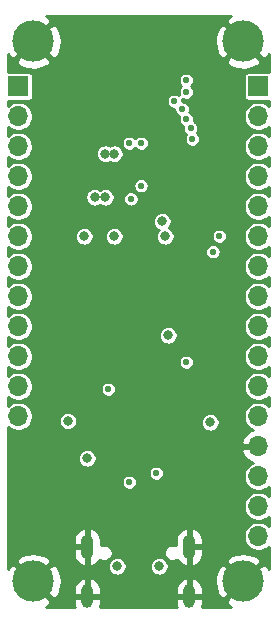
<source format=gbr>
%TF.GenerationSoftware,KiCad,Pcbnew,5.1.7-a382d34a8~88~ubuntu18.04.1*%
%TF.CreationDate,2022-09-03T09:09:10-04:00*%
%TF.ProjectId,project-MS88SF3-breakout,70726f6a-6563-4742-9d4d-533838534633,rev?*%
%TF.SameCoordinates,Original*%
%TF.FileFunction,Copper,L2,Inr*%
%TF.FilePolarity,Positive*%
%FSLAX46Y46*%
G04 Gerber Fmt 4.6, Leading zero omitted, Abs format (unit mm)*
G04 Created by KiCad (PCBNEW 5.1.7-a382d34a8~88~ubuntu18.04.1) date 2022-09-03 09:09:10*
%MOMM*%
%LPD*%
G01*
G04 APERTURE LIST*
%TA.AperFunction,ComponentPad*%
%ADD10O,1.700000X1.700000*%
%TD*%
%TA.AperFunction,ComponentPad*%
%ADD11R,1.700000X1.700000*%
%TD*%
%TA.AperFunction,ComponentPad*%
%ADD12O,1.050000X2.100000*%
%TD*%
%TA.AperFunction,ComponentPad*%
%ADD13O,1.000000X2.000000*%
%TD*%
%TA.AperFunction,ComponentPad*%
%ADD14C,3.500000*%
%TD*%
%TA.AperFunction,ViaPad*%
%ADD15C,0.800000*%
%TD*%
%TA.AperFunction,ViaPad*%
%ADD16C,0.554000*%
%TD*%
%TA.AperFunction,Conductor*%
%ADD17C,0.254000*%
%TD*%
%TA.AperFunction,Conductor*%
%ADD18C,0.100000*%
%TD*%
G04 APERTURE END LIST*
D10*
%TO.N,/VDD_nRF*%
%TO.C,J4*%
X37338000Y-115062000D03*
%TO.N,Net-(J4-Pad11)*%
X37338000Y-112522000D03*
%TO.N,/VBUS*%
X37338000Y-109982000D03*
%TO.N,/AIN2*%
X37338000Y-107442000D03*
%TO.N,/AIN3*%
X37338000Y-104902000D03*
%TO.N,/AIN5*%
X37338000Y-102362000D03*
%TO.N,/AIN0*%
X37338000Y-99822000D03*
%TO.N,/P1.15*%
X37338000Y-97282000D03*
%TO.N,/P1.13*%
X37338000Y-94742000D03*
%TO.N,/AIN1*%
X37338000Y-92202000D03*
%TO.N,/P1.14*%
X37338000Y-89662000D03*
D11*
%TO.N,/P1.10*%
X37338000Y-87122000D03*
%TD*%
D12*
%TO.N,GND*%
%TO.C,J3*%
X51818000Y-126122000D03*
X43178000Y-126122000D03*
D13*
X51818000Y-130302000D03*
X43178000Y-130302000D03*
%TD*%
D10*
%TO.N,/RESET*%
%TO.C,J5*%
X57658000Y-125222000D03*
%TO.N,/VDD_nRF*%
X57658000Y-122682000D03*
X57658000Y-120142000D03*
%TO.N,GND*%
X57658000Y-117602000D03*
%TO.N,/P0.21*%
X57658000Y-115062000D03*
%TO.N,/P0.17*%
X57658000Y-112522000D03*
%TO.N,/P0.15*%
X57658000Y-109982000D03*
%TO.N,/P0.13*%
X57658000Y-107442000D03*
%TO.N,/P0.19*%
X57658000Y-104902000D03*
%TO.N,/P0.23*%
X57658000Y-102362000D03*
%TO.N,/TX*%
X57658000Y-99822000D03*
%TO.N,/P0.22*%
X57658000Y-97282000D03*
%TO.N,/RX*%
X57658000Y-94742000D03*
%TO.N,/NFC2*%
X57658000Y-92202000D03*
%TO.N,/NFC1*%
X57658000Y-89662000D03*
D11*
%TO.N,/P0.25*%
X57658000Y-87122000D03*
%TD*%
D14*
%TO.N,GND*%
%TO.C,H2*%
X56388000Y-83312000D03*
%TD*%
%TO.N,GND*%
%TO.C,H1*%
X38608000Y-83312000D03*
%TD*%
%TO.N,GND*%
%TO.C,H4*%
X56388000Y-129032000D03*
%TD*%
%TO.N,GND*%
%TO.C,H3*%
X38608000Y-129032000D03*
%TD*%
D15*
%TO.N,/VBUS_nRF*%
X45466000Y-99822000D03*
X49784048Y-99822000D03*
%TO.N,GND*%
X54102000Y-98806000D03*
X48768000Y-96266000D03*
X43180000Y-122936000D03*
X38100000Y-118872000D03*
X38100000Y-122682000D03*
X53594000Y-121158000D03*
X52832000Y-124206000D03*
X49784000Y-116332000D03*
X51308000Y-116332000D03*
X45974000Y-90170000D03*
X53340000Y-94234000D03*
X42075019Y-94234000D03*
X44958000Y-103886000D03*
X49530000Y-103886000D03*
D16*
X47696870Y-103664044D03*
X42164000Y-112522000D03*
X42164000Y-110998000D03*
X46482000Y-112776000D03*
D15*
X48768000Y-90170000D03*
X44704000Y-85852000D03*
X50037976Y-86868000D03*
X41402014Y-81534000D03*
D16*
%TO.N,/RX*%
X54356000Y-99822000D03*
%TO.N,/TX*%
X53815486Y-101124514D03*
%TO.N,/RESET*%
X51562000Y-110490000D03*
D15*
%TO.N,/VDD_nRF*%
X43180000Y-118618000D03*
X42926000Y-99822000D03*
X49530000Y-98552000D03*
D16*
X44958000Y-112776000D03*
D15*
%TO.N,/VBUS*%
X49276000Y-127762000D03*
X45720000Y-127762000D03*
X50038000Y-108204000D03*
X53594000Y-115570000D03*
X41528995Y-115442995D03*
D16*
%TO.N,/CC1*%
X49022000Y-119888000D03*
X46736000Y-120650000D03*
D15*
%TO.N,/VDDH*%
X45466000Y-92820998D03*
X44704000Y-96520000D03*
X44698077Y-92821516D03*
X43799934Y-96520000D03*
D16*
%TO.N,/SWCLK*%
X47728743Y-95536510D03*
X47752000Y-91948000D03*
%TO.N,/SWDIO*%
X46864485Y-96648485D03*
X46736000Y-91948000D03*
%TO.N,/P0.19*%
X52070988Y-91596720D03*
%TO.N,/P0.13*%
X51918249Y-90669376D03*
%TO.N,/P0.15*%
X51562000Y-89916000D03*
%TO.N,/P0.17*%
X51206167Y-89052167D03*
%TO.N,/P0.21*%
X50545988Y-88392000D03*
%TO.N,/NFC2*%
X51562000Y-87630000D03*
%TO.N,/NFC1*%
X51563199Y-86612801D03*
%TD*%
D17*
%TO.N,GND*%
X55084073Y-81301234D02*
X54897997Y-81642391D01*
X56388000Y-83132395D01*
X56402142Y-83118252D01*
X56581748Y-83297858D01*
X56567605Y-83312000D01*
X58057609Y-84802003D01*
X58398766Y-84615927D01*
X58522000Y-84377546D01*
X58522000Y-85890536D01*
X58508000Y-85889157D01*
X56808000Y-85889157D01*
X56733311Y-85896513D01*
X56661492Y-85918299D01*
X56595304Y-85953678D01*
X56537289Y-86001289D01*
X56489678Y-86059304D01*
X56454299Y-86125492D01*
X56432513Y-86197311D01*
X56425157Y-86272000D01*
X56425157Y-87972000D01*
X56432513Y-88046689D01*
X56454299Y-88118508D01*
X56489678Y-88184696D01*
X56537289Y-88242711D01*
X56595304Y-88290322D01*
X56661492Y-88325701D01*
X56733311Y-88347487D01*
X56808000Y-88354843D01*
X58508000Y-88354843D01*
X58522000Y-88353464D01*
X58522000Y-88785103D01*
X58442717Y-88705820D01*
X58241097Y-88571102D01*
X58017069Y-88478307D01*
X57779243Y-88431000D01*
X57536757Y-88431000D01*
X57298931Y-88478307D01*
X57074903Y-88571102D01*
X56873283Y-88705820D01*
X56701820Y-88877283D01*
X56567102Y-89078903D01*
X56474307Y-89302931D01*
X56427000Y-89540757D01*
X56427000Y-89783243D01*
X56474307Y-90021069D01*
X56567102Y-90245097D01*
X56701820Y-90446717D01*
X56873283Y-90618180D01*
X57074903Y-90752898D01*
X57298931Y-90845693D01*
X57536757Y-90893000D01*
X57779243Y-90893000D01*
X58017069Y-90845693D01*
X58241097Y-90752898D01*
X58442717Y-90618180D01*
X58522000Y-90538897D01*
X58522000Y-91325103D01*
X58442717Y-91245820D01*
X58241097Y-91111102D01*
X58017069Y-91018307D01*
X57779243Y-90971000D01*
X57536757Y-90971000D01*
X57298931Y-91018307D01*
X57074903Y-91111102D01*
X56873283Y-91245820D01*
X56701820Y-91417283D01*
X56567102Y-91618903D01*
X56474307Y-91842931D01*
X56427000Y-92080757D01*
X56427000Y-92323243D01*
X56474307Y-92561069D01*
X56567102Y-92785097D01*
X56701820Y-92986717D01*
X56873283Y-93158180D01*
X57074903Y-93292898D01*
X57298931Y-93385693D01*
X57536757Y-93433000D01*
X57779243Y-93433000D01*
X58017069Y-93385693D01*
X58241097Y-93292898D01*
X58442717Y-93158180D01*
X58522000Y-93078897D01*
X58522000Y-93865103D01*
X58442717Y-93785820D01*
X58241097Y-93651102D01*
X58017069Y-93558307D01*
X57779243Y-93511000D01*
X57536757Y-93511000D01*
X57298931Y-93558307D01*
X57074903Y-93651102D01*
X56873283Y-93785820D01*
X56701820Y-93957283D01*
X56567102Y-94158903D01*
X56474307Y-94382931D01*
X56427000Y-94620757D01*
X56427000Y-94863243D01*
X56474307Y-95101069D01*
X56567102Y-95325097D01*
X56701820Y-95526717D01*
X56873283Y-95698180D01*
X57074903Y-95832898D01*
X57298931Y-95925693D01*
X57536757Y-95973000D01*
X57779243Y-95973000D01*
X58017069Y-95925693D01*
X58241097Y-95832898D01*
X58442717Y-95698180D01*
X58522000Y-95618897D01*
X58522000Y-96405103D01*
X58442717Y-96325820D01*
X58241097Y-96191102D01*
X58017069Y-96098307D01*
X57779243Y-96051000D01*
X57536757Y-96051000D01*
X57298931Y-96098307D01*
X57074903Y-96191102D01*
X56873283Y-96325820D01*
X56701820Y-96497283D01*
X56567102Y-96698903D01*
X56474307Y-96922931D01*
X56427000Y-97160757D01*
X56427000Y-97403243D01*
X56474307Y-97641069D01*
X56567102Y-97865097D01*
X56701820Y-98066717D01*
X56873283Y-98238180D01*
X57074903Y-98372898D01*
X57298931Y-98465693D01*
X57536757Y-98513000D01*
X57779243Y-98513000D01*
X58017069Y-98465693D01*
X58241097Y-98372898D01*
X58442717Y-98238180D01*
X58522000Y-98158897D01*
X58522000Y-98945103D01*
X58442717Y-98865820D01*
X58241097Y-98731102D01*
X58017069Y-98638307D01*
X57779243Y-98591000D01*
X57536757Y-98591000D01*
X57298931Y-98638307D01*
X57074903Y-98731102D01*
X56873283Y-98865820D01*
X56701820Y-99037283D01*
X56567102Y-99238903D01*
X56474307Y-99462931D01*
X56427000Y-99700757D01*
X56427000Y-99943243D01*
X56474307Y-100181069D01*
X56567102Y-100405097D01*
X56701820Y-100606717D01*
X56873283Y-100778180D01*
X57074903Y-100912898D01*
X57298931Y-101005693D01*
X57536757Y-101053000D01*
X57779243Y-101053000D01*
X58017069Y-101005693D01*
X58241097Y-100912898D01*
X58442717Y-100778180D01*
X58522000Y-100698897D01*
X58522000Y-101485103D01*
X58442717Y-101405820D01*
X58241097Y-101271102D01*
X58017069Y-101178307D01*
X57779243Y-101131000D01*
X57536757Y-101131000D01*
X57298931Y-101178307D01*
X57074903Y-101271102D01*
X56873283Y-101405820D01*
X56701820Y-101577283D01*
X56567102Y-101778903D01*
X56474307Y-102002931D01*
X56427000Y-102240757D01*
X56427000Y-102483243D01*
X56474307Y-102721069D01*
X56567102Y-102945097D01*
X56701820Y-103146717D01*
X56873283Y-103318180D01*
X57074903Y-103452898D01*
X57298931Y-103545693D01*
X57536757Y-103593000D01*
X57779243Y-103593000D01*
X58017069Y-103545693D01*
X58241097Y-103452898D01*
X58442717Y-103318180D01*
X58522000Y-103238897D01*
X58522000Y-104025103D01*
X58442717Y-103945820D01*
X58241097Y-103811102D01*
X58017069Y-103718307D01*
X57779243Y-103671000D01*
X57536757Y-103671000D01*
X57298931Y-103718307D01*
X57074903Y-103811102D01*
X56873283Y-103945820D01*
X56701820Y-104117283D01*
X56567102Y-104318903D01*
X56474307Y-104542931D01*
X56427000Y-104780757D01*
X56427000Y-105023243D01*
X56474307Y-105261069D01*
X56567102Y-105485097D01*
X56701820Y-105686717D01*
X56873283Y-105858180D01*
X57074903Y-105992898D01*
X57298931Y-106085693D01*
X57536757Y-106133000D01*
X57779243Y-106133000D01*
X58017069Y-106085693D01*
X58241097Y-105992898D01*
X58442717Y-105858180D01*
X58522000Y-105778897D01*
X58522001Y-106565104D01*
X58442717Y-106485820D01*
X58241097Y-106351102D01*
X58017069Y-106258307D01*
X57779243Y-106211000D01*
X57536757Y-106211000D01*
X57298931Y-106258307D01*
X57074903Y-106351102D01*
X56873283Y-106485820D01*
X56701820Y-106657283D01*
X56567102Y-106858903D01*
X56474307Y-107082931D01*
X56427000Y-107320757D01*
X56427000Y-107563243D01*
X56474307Y-107801069D01*
X56567102Y-108025097D01*
X56701820Y-108226717D01*
X56873283Y-108398180D01*
X57074903Y-108532898D01*
X57298931Y-108625693D01*
X57536757Y-108673000D01*
X57779243Y-108673000D01*
X58017069Y-108625693D01*
X58241097Y-108532898D01*
X58442717Y-108398180D01*
X58522001Y-108318896D01*
X58522001Y-109105104D01*
X58442717Y-109025820D01*
X58241097Y-108891102D01*
X58017069Y-108798307D01*
X57779243Y-108751000D01*
X57536757Y-108751000D01*
X57298931Y-108798307D01*
X57074903Y-108891102D01*
X56873283Y-109025820D01*
X56701820Y-109197283D01*
X56567102Y-109398903D01*
X56474307Y-109622931D01*
X56427000Y-109860757D01*
X56427000Y-110103243D01*
X56474307Y-110341069D01*
X56567102Y-110565097D01*
X56701820Y-110766717D01*
X56873283Y-110938180D01*
X57074903Y-111072898D01*
X57298931Y-111165693D01*
X57536757Y-111213000D01*
X57779243Y-111213000D01*
X58017069Y-111165693D01*
X58241097Y-111072898D01*
X58442717Y-110938180D01*
X58522001Y-110858896D01*
X58522001Y-111645104D01*
X58442717Y-111565820D01*
X58241097Y-111431102D01*
X58017069Y-111338307D01*
X57779243Y-111291000D01*
X57536757Y-111291000D01*
X57298931Y-111338307D01*
X57074903Y-111431102D01*
X56873283Y-111565820D01*
X56701820Y-111737283D01*
X56567102Y-111938903D01*
X56474307Y-112162931D01*
X56427000Y-112400757D01*
X56427000Y-112643243D01*
X56474307Y-112881069D01*
X56567102Y-113105097D01*
X56701820Y-113306717D01*
X56873283Y-113478180D01*
X57074903Y-113612898D01*
X57298931Y-113705693D01*
X57536757Y-113753000D01*
X57779243Y-113753000D01*
X58017069Y-113705693D01*
X58241097Y-113612898D01*
X58442717Y-113478180D01*
X58522001Y-113398896D01*
X58522001Y-114185104D01*
X58442717Y-114105820D01*
X58241097Y-113971102D01*
X58017069Y-113878307D01*
X57779243Y-113831000D01*
X57536757Y-113831000D01*
X57298931Y-113878307D01*
X57074903Y-113971102D01*
X56873283Y-114105820D01*
X56701820Y-114277283D01*
X56567102Y-114478903D01*
X56474307Y-114702931D01*
X56427000Y-114940757D01*
X56427000Y-115183243D01*
X56474307Y-115421069D01*
X56567102Y-115645097D01*
X56701820Y-115846717D01*
X56873283Y-116018180D01*
X57074903Y-116152898D01*
X57189168Y-116200228D01*
X57026748Y-116257843D01*
X56776645Y-116406822D01*
X56560412Y-116601731D01*
X56386359Y-116835080D01*
X56261175Y-117097901D01*
X56216524Y-117245110D01*
X56337845Y-117475000D01*
X57531000Y-117475000D01*
X57531000Y-117455000D01*
X57785000Y-117455000D01*
X57785000Y-117475000D01*
X57805000Y-117475000D01*
X57805000Y-117729000D01*
X57785000Y-117729000D01*
X57785000Y-117749000D01*
X57531000Y-117749000D01*
X57531000Y-117729000D01*
X56337845Y-117729000D01*
X56216524Y-117958890D01*
X56261175Y-118106099D01*
X56386359Y-118368920D01*
X56560412Y-118602269D01*
X56776645Y-118797178D01*
X57026748Y-118946157D01*
X57189168Y-119003772D01*
X57074903Y-119051102D01*
X56873283Y-119185820D01*
X56701820Y-119357283D01*
X56567102Y-119558903D01*
X56474307Y-119782931D01*
X56427000Y-120020757D01*
X56427000Y-120263243D01*
X56474307Y-120501069D01*
X56567102Y-120725097D01*
X56701820Y-120926717D01*
X56873283Y-121098180D01*
X57074903Y-121232898D01*
X57298931Y-121325693D01*
X57536757Y-121373000D01*
X57779243Y-121373000D01*
X58017069Y-121325693D01*
X58241097Y-121232898D01*
X58442717Y-121098180D01*
X58522001Y-121018896D01*
X58522001Y-121805104D01*
X58442717Y-121725820D01*
X58241097Y-121591102D01*
X58017069Y-121498307D01*
X57779243Y-121451000D01*
X57536757Y-121451000D01*
X57298931Y-121498307D01*
X57074903Y-121591102D01*
X56873283Y-121725820D01*
X56701820Y-121897283D01*
X56567102Y-122098903D01*
X56474307Y-122322931D01*
X56427000Y-122560757D01*
X56427000Y-122803243D01*
X56474307Y-123041069D01*
X56567102Y-123265097D01*
X56701820Y-123466717D01*
X56873283Y-123638180D01*
X57074903Y-123772898D01*
X57298931Y-123865693D01*
X57536757Y-123913000D01*
X57779243Y-123913000D01*
X58017069Y-123865693D01*
X58241097Y-123772898D01*
X58442717Y-123638180D01*
X58522001Y-123558896D01*
X58522001Y-124345104D01*
X58442717Y-124265820D01*
X58241097Y-124131102D01*
X58017069Y-124038307D01*
X57779243Y-123991000D01*
X57536757Y-123991000D01*
X57298931Y-124038307D01*
X57074903Y-124131102D01*
X56873283Y-124265820D01*
X56701820Y-124437283D01*
X56567102Y-124638903D01*
X56474307Y-124862931D01*
X56427000Y-125100757D01*
X56427000Y-125343243D01*
X56474307Y-125581069D01*
X56567102Y-125805097D01*
X56701820Y-126006717D01*
X56873283Y-126178180D01*
X57074903Y-126312898D01*
X57298931Y-126405693D01*
X57536757Y-126453000D01*
X57779243Y-126453000D01*
X58017069Y-126405693D01*
X58241097Y-126312898D01*
X58442717Y-126178180D01*
X58522001Y-126098896D01*
X58522001Y-127958630D01*
X58398766Y-127728073D01*
X58057609Y-127541997D01*
X56567605Y-129032000D01*
X56581748Y-129046142D01*
X56402142Y-129225748D01*
X56388000Y-129211605D01*
X54897997Y-130701609D01*
X55084073Y-131042766D01*
X55322454Y-131166000D01*
X52898672Y-131166000D01*
X52906415Y-131147987D01*
X52953000Y-130929000D01*
X52953000Y-130429000D01*
X51945000Y-130429000D01*
X51945000Y-130449000D01*
X51691000Y-130449000D01*
X51691000Y-130429000D01*
X50683000Y-130429000D01*
X50683000Y-130929000D01*
X50729585Y-131147987D01*
X50737328Y-131166000D01*
X44258672Y-131166000D01*
X44266415Y-131147987D01*
X44313000Y-130929000D01*
X44313000Y-130429000D01*
X43305000Y-130429000D01*
X43305000Y-130449000D01*
X43051000Y-130449000D01*
X43051000Y-130429000D01*
X42043000Y-130429000D01*
X42043000Y-130929000D01*
X42089585Y-131147987D01*
X42097328Y-131166000D01*
X39681372Y-131166000D01*
X39911927Y-131042766D01*
X40098003Y-130701609D01*
X38608000Y-129211605D01*
X38593858Y-129225748D01*
X38414252Y-129046142D01*
X38428395Y-129032000D01*
X38787605Y-129032000D01*
X40277609Y-130522003D01*
X40618766Y-130335927D01*
X40834513Y-129918591D01*
X40904763Y-129675000D01*
X42043000Y-129675000D01*
X42043000Y-130175000D01*
X43051000Y-130175000D01*
X43051000Y-128834046D01*
X43305000Y-128834046D01*
X43305000Y-130175000D01*
X44313000Y-130175000D01*
X44313000Y-129675000D01*
X50683000Y-129675000D01*
X50683000Y-130175000D01*
X51691000Y-130175000D01*
X51691000Y-128834046D01*
X51945000Y-128834046D01*
X51945000Y-130175000D01*
X52953000Y-130175000D01*
X52953000Y-129675000D01*
X52906415Y-129456013D01*
X52818003Y-129250322D01*
X52691161Y-129065831D01*
X52690253Y-129064946D01*
X53991687Y-129064946D01*
X54044158Y-129531811D01*
X54186703Y-129979468D01*
X54377234Y-130335927D01*
X54718391Y-130522003D01*
X56208395Y-129032000D01*
X54718391Y-127541997D01*
X54377234Y-127728073D01*
X54161487Y-128145409D01*
X54031304Y-128596815D01*
X53991687Y-129064946D01*
X52690253Y-129064946D01*
X52530764Y-128909631D01*
X52342976Y-128787724D01*
X52119874Y-128707881D01*
X51945000Y-128834046D01*
X51691000Y-128834046D01*
X51516126Y-128707881D01*
X51293024Y-128787724D01*
X51105236Y-128909631D01*
X50944839Y-129065831D01*
X50817997Y-129250322D01*
X50729585Y-129456013D01*
X50683000Y-129675000D01*
X44313000Y-129675000D01*
X44266415Y-129456013D01*
X44178003Y-129250322D01*
X44051161Y-129065831D01*
X43890764Y-128909631D01*
X43702976Y-128787724D01*
X43479874Y-128707881D01*
X43305000Y-128834046D01*
X43051000Y-128834046D01*
X42876126Y-128707881D01*
X42653024Y-128787724D01*
X42465236Y-128909631D01*
X42304839Y-129065831D01*
X42177997Y-129250322D01*
X42089585Y-129456013D01*
X42043000Y-129675000D01*
X40904763Y-129675000D01*
X40964696Y-129467185D01*
X41004313Y-128999054D01*
X40951842Y-128532189D01*
X40809297Y-128084532D01*
X40618766Y-127728073D01*
X40277609Y-127541997D01*
X38787605Y-129032000D01*
X38428395Y-129032000D01*
X36938391Y-127541997D01*
X36597234Y-127728073D01*
X36474000Y-127966454D01*
X36474000Y-127362391D01*
X37117997Y-127362391D01*
X38608000Y-128852395D01*
X40098003Y-127362391D01*
X39911927Y-127021234D01*
X39494591Y-126805487D01*
X39043185Y-126675304D01*
X38575054Y-126635687D01*
X38108189Y-126688158D01*
X37660532Y-126830703D01*
X37304073Y-127021234D01*
X37117997Y-127362391D01*
X36474000Y-127362391D01*
X36474000Y-126249000D01*
X42018000Y-126249000D01*
X42018000Y-126774000D01*
X42065066Y-126997865D01*
X42154901Y-127208246D01*
X42284053Y-127397059D01*
X42447559Y-127557047D01*
X42639136Y-127682063D01*
X42872190Y-127765964D01*
X43051000Y-127640163D01*
X43051000Y-126249000D01*
X42018000Y-126249000D01*
X36474000Y-126249000D01*
X36474000Y-125470000D01*
X42018000Y-125470000D01*
X42018000Y-125995000D01*
X43051000Y-125995000D01*
X43051000Y-124603837D01*
X43305000Y-124603837D01*
X43305000Y-125995000D01*
X43325000Y-125995000D01*
X43325000Y-126249000D01*
X43305000Y-126249000D01*
X43305000Y-127640163D01*
X43483810Y-127765964D01*
X43708489Y-127685078D01*
X44939000Y-127685078D01*
X44939000Y-127838922D01*
X44969013Y-127989809D01*
X45027887Y-128131942D01*
X45113358Y-128259859D01*
X45222141Y-128368642D01*
X45350058Y-128454113D01*
X45492191Y-128512987D01*
X45643078Y-128543000D01*
X45796922Y-128543000D01*
X45947809Y-128512987D01*
X46089942Y-128454113D01*
X46217859Y-128368642D01*
X46326642Y-128259859D01*
X46412113Y-128131942D01*
X46470987Y-127989809D01*
X46501000Y-127838922D01*
X46501000Y-127685078D01*
X48495000Y-127685078D01*
X48495000Y-127838922D01*
X48525013Y-127989809D01*
X48583887Y-128131942D01*
X48669358Y-128259859D01*
X48778141Y-128368642D01*
X48906058Y-128454113D01*
X49048191Y-128512987D01*
X49199078Y-128543000D01*
X49352922Y-128543000D01*
X49503809Y-128512987D01*
X49645942Y-128454113D01*
X49773859Y-128368642D01*
X49882642Y-128259859D01*
X49968113Y-128131942D01*
X50026987Y-127989809D01*
X50057000Y-127838922D01*
X50057000Y-127685078D01*
X50026987Y-127534191D01*
X49968113Y-127392058D01*
X49882642Y-127264141D01*
X49773859Y-127155358D01*
X49645942Y-127069887D01*
X49503809Y-127011013D01*
X49352922Y-126981000D01*
X49199078Y-126981000D01*
X49048191Y-127011013D01*
X48906058Y-127069887D01*
X48778141Y-127155358D01*
X48669358Y-127264141D01*
X48583887Y-127392058D01*
X48525013Y-127534191D01*
X48495000Y-127685078D01*
X46501000Y-127685078D01*
X46470987Y-127534191D01*
X46412113Y-127392058D01*
X46326642Y-127264141D01*
X46217859Y-127155358D01*
X46089942Y-127069887D01*
X45947809Y-127011013D01*
X45796922Y-126981000D01*
X45643078Y-126981000D01*
X45492191Y-127011013D01*
X45350058Y-127069887D01*
X45222141Y-127155358D01*
X45113358Y-127264141D01*
X45027887Y-127392058D01*
X44969013Y-127534191D01*
X44939000Y-127685078D01*
X43708489Y-127685078D01*
X43716864Y-127682063D01*
X43908441Y-127557047D01*
X44071947Y-127397059D01*
X44201099Y-127208246D01*
X44204099Y-127201221D01*
X44273584Y-127247649D01*
X44402067Y-127300869D01*
X44538465Y-127328000D01*
X44677535Y-127328000D01*
X44813933Y-127300869D01*
X44942416Y-127247649D01*
X45058049Y-127170386D01*
X45156386Y-127072049D01*
X45233649Y-126956416D01*
X45286869Y-126827933D01*
X45314000Y-126691535D01*
X45314000Y-126552465D01*
X49682000Y-126552465D01*
X49682000Y-126691535D01*
X49709131Y-126827933D01*
X49762351Y-126956416D01*
X49839614Y-127072049D01*
X49937951Y-127170386D01*
X50053584Y-127247649D01*
X50182067Y-127300869D01*
X50318465Y-127328000D01*
X50457535Y-127328000D01*
X50593933Y-127300869D01*
X50722416Y-127247649D01*
X50791901Y-127201221D01*
X50794901Y-127208246D01*
X50924053Y-127397059D01*
X51087559Y-127557047D01*
X51279136Y-127682063D01*
X51512190Y-127765964D01*
X51691000Y-127640163D01*
X51691000Y-126249000D01*
X51945000Y-126249000D01*
X51945000Y-127640163D01*
X52123810Y-127765964D01*
X52356864Y-127682063D01*
X52548441Y-127557047D01*
X52711947Y-127397059D01*
X52735660Y-127362391D01*
X54897997Y-127362391D01*
X56388000Y-128852395D01*
X57878003Y-127362391D01*
X57691927Y-127021234D01*
X57274591Y-126805487D01*
X56823185Y-126675304D01*
X56355054Y-126635687D01*
X55888189Y-126688158D01*
X55440532Y-126830703D01*
X55084073Y-127021234D01*
X54897997Y-127362391D01*
X52735660Y-127362391D01*
X52841099Y-127208246D01*
X52930934Y-126997865D01*
X52978000Y-126774000D01*
X52978000Y-126249000D01*
X51945000Y-126249000D01*
X51691000Y-126249000D01*
X51671000Y-126249000D01*
X51671000Y-125995000D01*
X51691000Y-125995000D01*
X51691000Y-124603837D01*
X51945000Y-124603837D01*
X51945000Y-125995000D01*
X52978000Y-125995000D01*
X52978000Y-125470000D01*
X52930934Y-125246135D01*
X52841099Y-125035754D01*
X52711947Y-124846941D01*
X52548441Y-124686953D01*
X52356864Y-124561937D01*
X52123810Y-124478036D01*
X51945000Y-124603837D01*
X51691000Y-124603837D01*
X51512190Y-124478036D01*
X51279136Y-124561937D01*
X51087559Y-124686953D01*
X50924053Y-124846941D01*
X50794901Y-125035754D01*
X50705066Y-125246135D01*
X50658000Y-125470000D01*
X50658000Y-125969669D01*
X50593933Y-125943131D01*
X50457535Y-125916000D01*
X50318465Y-125916000D01*
X50182067Y-125943131D01*
X50053584Y-125996351D01*
X49937951Y-126073614D01*
X49839614Y-126171951D01*
X49762351Y-126287584D01*
X49709131Y-126416067D01*
X49682000Y-126552465D01*
X45314000Y-126552465D01*
X45286869Y-126416067D01*
X45233649Y-126287584D01*
X45156386Y-126171951D01*
X45058049Y-126073614D01*
X44942416Y-125996351D01*
X44813933Y-125943131D01*
X44677535Y-125916000D01*
X44538465Y-125916000D01*
X44402067Y-125943131D01*
X44338000Y-125969669D01*
X44338000Y-125470000D01*
X44290934Y-125246135D01*
X44201099Y-125035754D01*
X44071947Y-124846941D01*
X43908441Y-124686953D01*
X43716864Y-124561937D01*
X43483810Y-124478036D01*
X43305000Y-124603837D01*
X43051000Y-124603837D01*
X42872190Y-124478036D01*
X42639136Y-124561937D01*
X42447559Y-124686953D01*
X42284053Y-124846941D01*
X42154901Y-125035754D01*
X42065066Y-125246135D01*
X42018000Y-125470000D01*
X36474000Y-125470000D01*
X36474000Y-120585193D01*
X46078000Y-120585193D01*
X46078000Y-120714807D01*
X46103286Y-120841932D01*
X46152888Y-120961680D01*
X46224898Y-121069451D01*
X46316549Y-121161102D01*
X46424320Y-121233112D01*
X46544068Y-121282714D01*
X46671193Y-121308000D01*
X46800807Y-121308000D01*
X46927932Y-121282714D01*
X47047680Y-121233112D01*
X47155451Y-121161102D01*
X47247102Y-121069451D01*
X47319112Y-120961680D01*
X47368714Y-120841932D01*
X47394000Y-120714807D01*
X47394000Y-120585193D01*
X47368714Y-120458068D01*
X47319112Y-120338320D01*
X47247102Y-120230549D01*
X47155451Y-120138898D01*
X47047680Y-120066888D01*
X46927932Y-120017286D01*
X46800807Y-119992000D01*
X46671193Y-119992000D01*
X46544068Y-120017286D01*
X46424320Y-120066888D01*
X46316549Y-120138898D01*
X46224898Y-120230549D01*
X46152888Y-120338320D01*
X46103286Y-120458068D01*
X46078000Y-120585193D01*
X36474000Y-120585193D01*
X36474000Y-119823193D01*
X48364000Y-119823193D01*
X48364000Y-119952807D01*
X48389286Y-120079932D01*
X48438888Y-120199680D01*
X48510898Y-120307451D01*
X48602549Y-120399102D01*
X48710320Y-120471112D01*
X48830068Y-120520714D01*
X48957193Y-120546000D01*
X49086807Y-120546000D01*
X49213932Y-120520714D01*
X49333680Y-120471112D01*
X49441451Y-120399102D01*
X49533102Y-120307451D01*
X49605112Y-120199680D01*
X49654714Y-120079932D01*
X49680000Y-119952807D01*
X49680000Y-119823193D01*
X49654714Y-119696068D01*
X49605112Y-119576320D01*
X49533102Y-119468549D01*
X49441451Y-119376898D01*
X49333680Y-119304888D01*
X49213932Y-119255286D01*
X49086807Y-119230000D01*
X48957193Y-119230000D01*
X48830068Y-119255286D01*
X48710320Y-119304888D01*
X48602549Y-119376898D01*
X48510898Y-119468549D01*
X48438888Y-119576320D01*
X48389286Y-119696068D01*
X48364000Y-119823193D01*
X36474000Y-119823193D01*
X36474000Y-118541078D01*
X42399000Y-118541078D01*
X42399000Y-118694922D01*
X42429013Y-118845809D01*
X42487887Y-118987942D01*
X42573358Y-119115859D01*
X42682141Y-119224642D01*
X42810058Y-119310113D01*
X42952191Y-119368987D01*
X43103078Y-119399000D01*
X43256922Y-119399000D01*
X43407809Y-119368987D01*
X43549942Y-119310113D01*
X43677859Y-119224642D01*
X43786642Y-119115859D01*
X43872113Y-118987942D01*
X43930987Y-118845809D01*
X43961000Y-118694922D01*
X43961000Y-118541078D01*
X43930987Y-118390191D01*
X43872113Y-118248058D01*
X43786642Y-118120141D01*
X43677859Y-118011358D01*
X43549942Y-117925887D01*
X43407809Y-117867013D01*
X43256922Y-117837000D01*
X43103078Y-117837000D01*
X42952191Y-117867013D01*
X42810058Y-117925887D01*
X42682141Y-118011358D01*
X42573358Y-118120141D01*
X42487887Y-118248058D01*
X42429013Y-118390191D01*
X42399000Y-118541078D01*
X36474000Y-118541078D01*
X36474000Y-115938897D01*
X36553283Y-116018180D01*
X36754903Y-116152898D01*
X36978931Y-116245693D01*
X37216757Y-116293000D01*
X37459243Y-116293000D01*
X37697069Y-116245693D01*
X37921097Y-116152898D01*
X38122717Y-116018180D01*
X38294180Y-115846717D01*
X38428898Y-115645097D01*
X38521693Y-115421069D01*
X38532632Y-115366073D01*
X40747995Y-115366073D01*
X40747995Y-115519917D01*
X40778008Y-115670804D01*
X40836882Y-115812937D01*
X40922353Y-115940854D01*
X41031136Y-116049637D01*
X41159053Y-116135108D01*
X41301186Y-116193982D01*
X41452073Y-116223995D01*
X41605917Y-116223995D01*
X41756804Y-116193982D01*
X41898937Y-116135108D01*
X42026854Y-116049637D01*
X42135637Y-115940854D01*
X42221108Y-115812937D01*
X42279982Y-115670804D01*
X42309995Y-115519917D01*
X42309995Y-115493078D01*
X52813000Y-115493078D01*
X52813000Y-115646922D01*
X52843013Y-115797809D01*
X52901887Y-115939942D01*
X52987358Y-116067859D01*
X53096141Y-116176642D01*
X53224058Y-116262113D01*
X53366191Y-116320987D01*
X53517078Y-116351000D01*
X53670922Y-116351000D01*
X53821809Y-116320987D01*
X53963942Y-116262113D01*
X54091859Y-116176642D01*
X54200642Y-116067859D01*
X54286113Y-115939942D01*
X54344987Y-115797809D01*
X54375000Y-115646922D01*
X54375000Y-115493078D01*
X54344987Y-115342191D01*
X54286113Y-115200058D01*
X54200642Y-115072141D01*
X54091859Y-114963358D01*
X53963942Y-114877887D01*
X53821809Y-114819013D01*
X53670922Y-114789000D01*
X53517078Y-114789000D01*
X53366191Y-114819013D01*
X53224058Y-114877887D01*
X53096141Y-114963358D01*
X52987358Y-115072141D01*
X52901887Y-115200058D01*
X52843013Y-115342191D01*
X52813000Y-115493078D01*
X42309995Y-115493078D01*
X42309995Y-115366073D01*
X42279982Y-115215186D01*
X42221108Y-115073053D01*
X42135637Y-114945136D01*
X42026854Y-114836353D01*
X41898937Y-114750882D01*
X41756804Y-114692008D01*
X41605917Y-114661995D01*
X41452073Y-114661995D01*
X41301186Y-114692008D01*
X41159053Y-114750882D01*
X41031136Y-114836353D01*
X40922353Y-114945136D01*
X40836882Y-115073053D01*
X40778008Y-115215186D01*
X40747995Y-115366073D01*
X38532632Y-115366073D01*
X38569000Y-115183243D01*
X38569000Y-114940757D01*
X38521693Y-114702931D01*
X38428898Y-114478903D01*
X38294180Y-114277283D01*
X38122717Y-114105820D01*
X37921097Y-113971102D01*
X37697069Y-113878307D01*
X37459243Y-113831000D01*
X37216757Y-113831000D01*
X36978931Y-113878307D01*
X36754903Y-113971102D01*
X36553283Y-114105820D01*
X36474000Y-114185103D01*
X36474000Y-113398897D01*
X36553283Y-113478180D01*
X36754903Y-113612898D01*
X36978931Y-113705693D01*
X37216757Y-113753000D01*
X37459243Y-113753000D01*
X37697069Y-113705693D01*
X37921097Y-113612898D01*
X38122717Y-113478180D01*
X38294180Y-113306717D01*
X38428898Y-113105097D01*
X38521693Y-112881069D01*
X38555483Y-112711193D01*
X44300000Y-112711193D01*
X44300000Y-112840807D01*
X44325286Y-112967932D01*
X44374888Y-113087680D01*
X44446898Y-113195451D01*
X44538549Y-113287102D01*
X44646320Y-113359112D01*
X44766068Y-113408714D01*
X44893193Y-113434000D01*
X45022807Y-113434000D01*
X45149932Y-113408714D01*
X45269680Y-113359112D01*
X45377451Y-113287102D01*
X45469102Y-113195451D01*
X45541112Y-113087680D01*
X45590714Y-112967932D01*
X45616000Y-112840807D01*
X45616000Y-112711193D01*
X45590714Y-112584068D01*
X45541112Y-112464320D01*
X45469102Y-112356549D01*
X45377451Y-112264898D01*
X45269680Y-112192888D01*
X45149932Y-112143286D01*
X45022807Y-112118000D01*
X44893193Y-112118000D01*
X44766068Y-112143286D01*
X44646320Y-112192888D01*
X44538549Y-112264898D01*
X44446898Y-112356549D01*
X44374888Y-112464320D01*
X44325286Y-112584068D01*
X44300000Y-112711193D01*
X38555483Y-112711193D01*
X38569000Y-112643243D01*
X38569000Y-112400757D01*
X38521693Y-112162931D01*
X38428898Y-111938903D01*
X38294180Y-111737283D01*
X38122717Y-111565820D01*
X37921097Y-111431102D01*
X37697069Y-111338307D01*
X37459243Y-111291000D01*
X37216757Y-111291000D01*
X36978931Y-111338307D01*
X36754903Y-111431102D01*
X36553283Y-111565820D01*
X36474000Y-111645103D01*
X36474000Y-110858897D01*
X36553283Y-110938180D01*
X36754903Y-111072898D01*
X36978931Y-111165693D01*
X37216757Y-111213000D01*
X37459243Y-111213000D01*
X37697069Y-111165693D01*
X37921097Y-111072898D01*
X38122717Y-110938180D01*
X38294180Y-110766717D01*
X38428898Y-110565097D01*
X38486847Y-110425193D01*
X50904000Y-110425193D01*
X50904000Y-110554807D01*
X50929286Y-110681932D01*
X50978888Y-110801680D01*
X51050898Y-110909451D01*
X51142549Y-111001102D01*
X51250320Y-111073112D01*
X51370068Y-111122714D01*
X51497193Y-111148000D01*
X51626807Y-111148000D01*
X51753932Y-111122714D01*
X51873680Y-111073112D01*
X51981451Y-111001102D01*
X52073102Y-110909451D01*
X52145112Y-110801680D01*
X52194714Y-110681932D01*
X52220000Y-110554807D01*
X52220000Y-110425193D01*
X52194714Y-110298068D01*
X52145112Y-110178320D01*
X52073102Y-110070549D01*
X51981451Y-109978898D01*
X51873680Y-109906888D01*
X51753932Y-109857286D01*
X51626807Y-109832000D01*
X51497193Y-109832000D01*
X51370068Y-109857286D01*
X51250320Y-109906888D01*
X51142549Y-109978898D01*
X51050898Y-110070549D01*
X50978888Y-110178320D01*
X50929286Y-110298068D01*
X50904000Y-110425193D01*
X38486847Y-110425193D01*
X38521693Y-110341069D01*
X38569000Y-110103243D01*
X38569000Y-109860757D01*
X38521693Y-109622931D01*
X38428898Y-109398903D01*
X38294180Y-109197283D01*
X38122717Y-109025820D01*
X37921097Y-108891102D01*
X37697069Y-108798307D01*
X37459243Y-108751000D01*
X37216757Y-108751000D01*
X36978931Y-108798307D01*
X36754903Y-108891102D01*
X36553283Y-109025820D01*
X36474000Y-109105103D01*
X36474000Y-108318897D01*
X36553283Y-108398180D01*
X36754903Y-108532898D01*
X36978931Y-108625693D01*
X37216757Y-108673000D01*
X37459243Y-108673000D01*
X37697069Y-108625693D01*
X37921097Y-108532898D01*
X38122717Y-108398180D01*
X38294180Y-108226717D01*
X38360756Y-108127078D01*
X49257000Y-108127078D01*
X49257000Y-108280922D01*
X49287013Y-108431809D01*
X49345887Y-108573942D01*
X49431358Y-108701859D01*
X49540141Y-108810642D01*
X49668058Y-108896113D01*
X49810191Y-108954987D01*
X49961078Y-108985000D01*
X50114922Y-108985000D01*
X50265809Y-108954987D01*
X50407942Y-108896113D01*
X50535859Y-108810642D01*
X50644642Y-108701859D01*
X50730113Y-108573942D01*
X50788987Y-108431809D01*
X50819000Y-108280922D01*
X50819000Y-108127078D01*
X50788987Y-107976191D01*
X50730113Y-107834058D01*
X50644642Y-107706141D01*
X50535859Y-107597358D01*
X50407942Y-107511887D01*
X50265809Y-107453013D01*
X50114922Y-107423000D01*
X49961078Y-107423000D01*
X49810191Y-107453013D01*
X49668058Y-107511887D01*
X49540141Y-107597358D01*
X49431358Y-107706141D01*
X49345887Y-107834058D01*
X49287013Y-107976191D01*
X49257000Y-108127078D01*
X38360756Y-108127078D01*
X38428898Y-108025097D01*
X38521693Y-107801069D01*
X38569000Y-107563243D01*
X38569000Y-107320757D01*
X38521693Y-107082931D01*
X38428898Y-106858903D01*
X38294180Y-106657283D01*
X38122717Y-106485820D01*
X37921097Y-106351102D01*
X37697069Y-106258307D01*
X37459243Y-106211000D01*
X37216757Y-106211000D01*
X36978931Y-106258307D01*
X36754903Y-106351102D01*
X36553283Y-106485820D01*
X36474000Y-106565103D01*
X36474000Y-105778897D01*
X36553283Y-105858180D01*
X36754903Y-105992898D01*
X36978931Y-106085693D01*
X37216757Y-106133000D01*
X37459243Y-106133000D01*
X37697069Y-106085693D01*
X37921097Y-105992898D01*
X38122717Y-105858180D01*
X38294180Y-105686717D01*
X38428898Y-105485097D01*
X38521693Y-105261069D01*
X38569000Y-105023243D01*
X38569000Y-104780757D01*
X38521693Y-104542931D01*
X38428898Y-104318903D01*
X38294180Y-104117283D01*
X38122717Y-103945820D01*
X37921097Y-103811102D01*
X37697069Y-103718307D01*
X37459243Y-103671000D01*
X37216757Y-103671000D01*
X36978931Y-103718307D01*
X36754903Y-103811102D01*
X36553283Y-103945820D01*
X36474000Y-104025103D01*
X36474000Y-103238897D01*
X36553283Y-103318180D01*
X36754903Y-103452898D01*
X36978931Y-103545693D01*
X37216757Y-103593000D01*
X37459243Y-103593000D01*
X37697069Y-103545693D01*
X37921097Y-103452898D01*
X38122717Y-103318180D01*
X38294180Y-103146717D01*
X38428898Y-102945097D01*
X38521693Y-102721069D01*
X38569000Y-102483243D01*
X38569000Y-102240757D01*
X38521693Y-102002931D01*
X38428898Y-101778903D01*
X38294180Y-101577283D01*
X38122717Y-101405820D01*
X37921097Y-101271102D01*
X37697069Y-101178307D01*
X37459243Y-101131000D01*
X37216757Y-101131000D01*
X36978931Y-101178307D01*
X36754903Y-101271102D01*
X36553283Y-101405820D01*
X36474000Y-101485103D01*
X36474000Y-101059707D01*
X53157486Y-101059707D01*
X53157486Y-101189321D01*
X53182772Y-101316446D01*
X53232374Y-101436194D01*
X53304384Y-101543965D01*
X53396035Y-101635616D01*
X53503806Y-101707626D01*
X53623554Y-101757228D01*
X53750679Y-101782514D01*
X53880293Y-101782514D01*
X54007418Y-101757228D01*
X54127166Y-101707626D01*
X54234937Y-101635616D01*
X54326588Y-101543965D01*
X54398598Y-101436194D01*
X54448200Y-101316446D01*
X54473486Y-101189321D01*
X54473486Y-101059707D01*
X54448200Y-100932582D01*
X54398598Y-100812834D01*
X54326588Y-100705063D01*
X54234937Y-100613412D01*
X54127166Y-100541402D01*
X54007418Y-100491800D01*
X53880293Y-100466514D01*
X53750679Y-100466514D01*
X53623554Y-100491800D01*
X53503806Y-100541402D01*
X53396035Y-100613412D01*
X53304384Y-100705063D01*
X53232374Y-100812834D01*
X53182772Y-100932582D01*
X53157486Y-101059707D01*
X36474000Y-101059707D01*
X36474000Y-100698897D01*
X36553283Y-100778180D01*
X36754903Y-100912898D01*
X36978931Y-101005693D01*
X37216757Y-101053000D01*
X37459243Y-101053000D01*
X37697069Y-101005693D01*
X37921097Y-100912898D01*
X38122717Y-100778180D01*
X38294180Y-100606717D01*
X38428898Y-100405097D01*
X38521693Y-100181069D01*
X38569000Y-99943243D01*
X38569000Y-99745078D01*
X42145000Y-99745078D01*
X42145000Y-99898922D01*
X42175013Y-100049809D01*
X42233887Y-100191942D01*
X42319358Y-100319859D01*
X42428141Y-100428642D01*
X42556058Y-100514113D01*
X42698191Y-100572987D01*
X42849078Y-100603000D01*
X43002922Y-100603000D01*
X43153809Y-100572987D01*
X43295942Y-100514113D01*
X43423859Y-100428642D01*
X43532642Y-100319859D01*
X43618113Y-100191942D01*
X43676987Y-100049809D01*
X43707000Y-99898922D01*
X43707000Y-99745078D01*
X44685000Y-99745078D01*
X44685000Y-99898922D01*
X44715013Y-100049809D01*
X44773887Y-100191942D01*
X44859358Y-100319859D01*
X44968141Y-100428642D01*
X45096058Y-100514113D01*
X45238191Y-100572987D01*
X45389078Y-100603000D01*
X45542922Y-100603000D01*
X45693809Y-100572987D01*
X45835942Y-100514113D01*
X45963859Y-100428642D01*
X46072642Y-100319859D01*
X46158113Y-100191942D01*
X46216987Y-100049809D01*
X46247000Y-99898922D01*
X46247000Y-99745078D01*
X46216987Y-99594191D01*
X46158113Y-99452058D01*
X46072642Y-99324141D01*
X45963859Y-99215358D01*
X45835942Y-99129887D01*
X45693809Y-99071013D01*
X45542922Y-99041000D01*
X45389078Y-99041000D01*
X45238191Y-99071013D01*
X45096058Y-99129887D01*
X44968141Y-99215358D01*
X44859358Y-99324141D01*
X44773887Y-99452058D01*
X44715013Y-99594191D01*
X44685000Y-99745078D01*
X43707000Y-99745078D01*
X43676987Y-99594191D01*
X43618113Y-99452058D01*
X43532642Y-99324141D01*
X43423859Y-99215358D01*
X43295942Y-99129887D01*
X43153809Y-99071013D01*
X43002922Y-99041000D01*
X42849078Y-99041000D01*
X42698191Y-99071013D01*
X42556058Y-99129887D01*
X42428141Y-99215358D01*
X42319358Y-99324141D01*
X42233887Y-99452058D01*
X42175013Y-99594191D01*
X42145000Y-99745078D01*
X38569000Y-99745078D01*
X38569000Y-99700757D01*
X38521693Y-99462931D01*
X38428898Y-99238903D01*
X38294180Y-99037283D01*
X38122717Y-98865820D01*
X37921097Y-98731102D01*
X37697069Y-98638307D01*
X37459243Y-98591000D01*
X37216757Y-98591000D01*
X36978931Y-98638307D01*
X36754903Y-98731102D01*
X36553283Y-98865820D01*
X36474000Y-98945103D01*
X36474000Y-98158897D01*
X36553283Y-98238180D01*
X36754903Y-98372898D01*
X36978931Y-98465693D01*
X37216757Y-98513000D01*
X37459243Y-98513000D01*
X37649887Y-98475078D01*
X48749000Y-98475078D01*
X48749000Y-98628922D01*
X48779013Y-98779809D01*
X48837887Y-98921942D01*
X48923358Y-99049859D01*
X49032141Y-99158642D01*
X49160058Y-99244113D01*
X49228913Y-99272634D01*
X49177406Y-99324141D01*
X49091935Y-99452058D01*
X49033061Y-99594191D01*
X49003048Y-99745078D01*
X49003048Y-99898922D01*
X49033061Y-100049809D01*
X49091935Y-100191942D01*
X49177406Y-100319859D01*
X49286189Y-100428642D01*
X49414106Y-100514113D01*
X49556239Y-100572987D01*
X49707126Y-100603000D01*
X49860970Y-100603000D01*
X50011857Y-100572987D01*
X50153990Y-100514113D01*
X50281907Y-100428642D01*
X50390690Y-100319859D01*
X50476161Y-100191942D01*
X50535035Y-100049809D01*
X50565048Y-99898922D01*
X50565048Y-99757193D01*
X53698000Y-99757193D01*
X53698000Y-99886807D01*
X53723286Y-100013932D01*
X53772888Y-100133680D01*
X53844898Y-100241451D01*
X53936549Y-100333102D01*
X54044320Y-100405112D01*
X54164068Y-100454714D01*
X54291193Y-100480000D01*
X54420807Y-100480000D01*
X54547932Y-100454714D01*
X54667680Y-100405112D01*
X54775451Y-100333102D01*
X54867102Y-100241451D01*
X54939112Y-100133680D01*
X54988714Y-100013932D01*
X55014000Y-99886807D01*
X55014000Y-99757193D01*
X54988714Y-99630068D01*
X54939112Y-99510320D01*
X54867102Y-99402549D01*
X54775451Y-99310898D01*
X54667680Y-99238888D01*
X54547932Y-99189286D01*
X54420807Y-99164000D01*
X54291193Y-99164000D01*
X54164068Y-99189286D01*
X54044320Y-99238888D01*
X53936549Y-99310898D01*
X53844898Y-99402549D01*
X53772888Y-99510320D01*
X53723286Y-99630068D01*
X53698000Y-99757193D01*
X50565048Y-99757193D01*
X50565048Y-99745078D01*
X50535035Y-99594191D01*
X50476161Y-99452058D01*
X50390690Y-99324141D01*
X50281907Y-99215358D01*
X50153990Y-99129887D01*
X50085135Y-99101366D01*
X50136642Y-99049859D01*
X50222113Y-98921942D01*
X50280987Y-98779809D01*
X50311000Y-98628922D01*
X50311000Y-98475078D01*
X50280987Y-98324191D01*
X50222113Y-98182058D01*
X50136642Y-98054141D01*
X50027859Y-97945358D01*
X49899942Y-97859887D01*
X49757809Y-97801013D01*
X49606922Y-97771000D01*
X49453078Y-97771000D01*
X49302191Y-97801013D01*
X49160058Y-97859887D01*
X49032141Y-97945358D01*
X48923358Y-98054141D01*
X48837887Y-98182058D01*
X48779013Y-98324191D01*
X48749000Y-98475078D01*
X37649887Y-98475078D01*
X37697069Y-98465693D01*
X37921097Y-98372898D01*
X38122717Y-98238180D01*
X38294180Y-98066717D01*
X38428898Y-97865097D01*
X38521693Y-97641069D01*
X38569000Y-97403243D01*
X38569000Y-97160757D01*
X38521693Y-96922931D01*
X38428898Y-96698903D01*
X38294180Y-96497283D01*
X38239975Y-96443078D01*
X43018934Y-96443078D01*
X43018934Y-96596922D01*
X43048947Y-96747809D01*
X43107821Y-96889942D01*
X43193292Y-97017859D01*
X43302075Y-97126642D01*
X43429992Y-97212113D01*
X43572125Y-97270987D01*
X43723012Y-97301000D01*
X43876856Y-97301000D01*
X44027743Y-97270987D01*
X44169876Y-97212113D01*
X44251967Y-97157262D01*
X44334058Y-97212113D01*
X44476191Y-97270987D01*
X44627078Y-97301000D01*
X44780922Y-97301000D01*
X44931809Y-97270987D01*
X45073942Y-97212113D01*
X45201859Y-97126642D01*
X45310642Y-97017859D01*
X45396113Y-96889942D01*
X45454987Y-96747809D01*
X45485000Y-96596922D01*
X45485000Y-96583678D01*
X46206485Y-96583678D01*
X46206485Y-96713292D01*
X46231771Y-96840417D01*
X46281373Y-96960165D01*
X46353383Y-97067936D01*
X46445034Y-97159587D01*
X46552805Y-97231597D01*
X46672553Y-97281199D01*
X46799678Y-97306485D01*
X46929292Y-97306485D01*
X47056417Y-97281199D01*
X47176165Y-97231597D01*
X47283936Y-97159587D01*
X47375587Y-97067936D01*
X47447597Y-96960165D01*
X47497199Y-96840417D01*
X47522485Y-96713292D01*
X47522485Y-96583678D01*
X47497199Y-96456553D01*
X47447597Y-96336805D01*
X47375587Y-96229034D01*
X47283936Y-96137383D01*
X47176165Y-96065373D01*
X47056417Y-96015771D01*
X46929292Y-95990485D01*
X46799678Y-95990485D01*
X46672553Y-96015771D01*
X46552805Y-96065373D01*
X46445034Y-96137383D01*
X46353383Y-96229034D01*
X46281373Y-96336805D01*
X46231771Y-96456553D01*
X46206485Y-96583678D01*
X45485000Y-96583678D01*
X45485000Y-96443078D01*
X45454987Y-96292191D01*
X45396113Y-96150058D01*
X45310642Y-96022141D01*
X45201859Y-95913358D01*
X45073942Y-95827887D01*
X44931809Y-95769013D01*
X44780922Y-95739000D01*
X44627078Y-95739000D01*
X44476191Y-95769013D01*
X44334058Y-95827887D01*
X44251967Y-95882738D01*
X44169876Y-95827887D01*
X44027743Y-95769013D01*
X43876856Y-95739000D01*
X43723012Y-95739000D01*
X43572125Y-95769013D01*
X43429992Y-95827887D01*
X43302075Y-95913358D01*
X43193292Y-96022141D01*
X43107821Y-96150058D01*
X43048947Y-96292191D01*
X43018934Y-96443078D01*
X38239975Y-96443078D01*
X38122717Y-96325820D01*
X37921097Y-96191102D01*
X37697069Y-96098307D01*
X37459243Y-96051000D01*
X37216757Y-96051000D01*
X36978931Y-96098307D01*
X36754903Y-96191102D01*
X36553283Y-96325820D01*
X36474000Y-96405103D01*
X36474000Y-95618897D01*
X36553283Y-95698180D01*
X36754903Y-95832898D01*
X36978931Y-95925693D01*
X37216757Y-95973000D01*
X37459243Y-95973000D01*
X37697069Y-95925693D01*
X37921097Y-95832898D01*
X38122717Y-95698180D01*
X38294180Y-95526717D01*
X38330939Y-95471703D01*
X47070743Y-95471703D01*
X47070743Y-95601317D01*
X47096029Y-95728442D01*
X47145631Y-95848190D01*
X47217641Y-95955961D01*
X47309292Y-96047612D01*
X47417063Y-96119622D01*
X47536811Y-96169224D01*
X47663936Y-96194510D01*
X47793550Y-96194510D01*
X47920675Y-96169224D01*
X48040423Y-96119622D01*
X48148194Y-96047612D01*
X48239845Y-95955961D01*
X48311855Y-95848190D01*
X48361457Y-95728442D01*
X48386743Y-95601317D01*
X48386743Y-95471703D01*
X48361457Y-95344578D01*
X48311855Y-95224830D01*
X48239845Y-95117059D01*
X48148194Y-95025408D01*
X48040423Y-94953398D01*
X47920675Y-94903796D01*
X47793550Y-94878510D01*
X47663936Y-94878510D01*
X47536811Y-94903796D01*
X47417063Y-94953398D01*
X47309292Y-95025408D01*
X47217641Y-95117059D01*
X47145631Y-95224830D01*
X47096029Y-95344578D01*
X47070743Y-95471703D01*
X38330939Y-95471703D01*
X38428898Y-95325097D01*
X38521693Y-95101069D01*
X38569000Y-94863243D01*
X38569000Y-94620757D01*
X38521693Y-94382931D01*
X38428898Y-94158903D01*
X38294180Y-93957283D01*
X38122717Y-93785820D01*
X37921097Y-93651102D01*
X37697069Y-93558307D01*
X37459243Y-93511000D01*
X37216757Y-93511000D01*
X36978931Y-93558307D01*
X36754903Y-93651102D01*
X36553283Y-93785820D01*
X36474000Y-93865103D01*
X36474000Y-93078897D01*
X36553283Y-93158180D01*
X36754903Y-93292898D01*
X36978931Y-93385693D01*
X37216757Y-93433000D01*
X37459243Y-93433000D01*
X37697069Y-93385693D01*
X37921097Y-93292898D01*
X38122717Y-93158180D01*
X38294180Y-92986717D01*
X38428898Y-92785097D01*
X38445674Y-92744594D01*
X43917077Y-92744594D01*
X43917077Y-92898438D01*
X43947090Y-93049325D01*
X44005964Y-93191458D01*
X44091435Y-93319375D01*
X44200218Y-93428158D01*
X44328135Y-93513629D01*
X44470268Y-93572503D01*
X44621155Y-93602516D01*
X44774999Y-93602516D01*
X44925886Y-93572503D01*
X45068019Y-93513629D01*
X45082426Y-93504003D01*
X45096058Y-93513111D01*
X45238191Y-93571985D01*
X45389078Y-93601998D01*
X45542922Y-93601998D01*
X45693809Y-93571985D01*
X45835942Y-93513111D01*
X45963859Y-93427640D01*
X46072642Y-93318857D01*
X46158113Y-93190940D01*
X46216987Y-93048807D01*
X46247000Y-92897920D01*
X46247000Y-92744076D01*
X46216987Y-92593189D01*
X46158113Y-92451056D01*
X46072642Y-92323139D01*
X45963859Y-92214356D01*
X45835942Y-92128885D01*
X45693809Y-92070011D01*
X45542922Y-92039998D01*
X45389078Y-92039998D01*
X45238191Y-92070011D01*
X45096058Y-92128885D01*
X45081651Y-92138511D01*
X45068019Y-92129403D01*
X44925886Y-92070529D01*
X44774999Y-92040516D01*
X44621155Y-92040516D01*
X44470268Y-92070529D01*
X44328135Y-92129403D01*
X44200218Y-92214874D01*
X44091435Y-92323657D01*
X44005964Y-92451574D01*
X43947090Y-92593707D01*
X43917077Y-92744594D01*
X38445674Y-92744594D01*
X38521693Y-92561069D01*
X38569000Y-92323243D01*
X38569000Y-92080757D01*
X38529702Y-91883193D01*
X46078000Y-91883193D01*
X46078000Y-92012807D01*
X46103286Y-92139932D01*
X46152888Y-92259680D01*
X46224898Y-92367451D01*
X46316549Y-92459102D01*
X46424320Y-92531112D01*
X46544068Y-92580714D01*
X46671193Y-92606000D01*
X46800807Y-92606000D01*
X46927932Y-92580714D01*
X47047680Y-92531112D01*
X47155451Y-92459102D01*
X47244000Y-92370553D01*
X47332549Y-92459102D01*
X47440320Y-92531112D01*
X47560068Y-92580714D01*
X47687193Y-92606000D01*
X47816807Y-92606000D01*
X47943932Y-92580714D01*
X48063680Y-92531112D01*
X48171451Y-92459102D01*
X48263102Y-92367451D01*
X48335112Y-92259680D01*
X48384714Y-92139932D01*
X48410000Y-92012807D01*
X48410000Y-91883193D01*
X48384714Y-91756068D01*
X48335112Y-91636320D01*
X48263102Y-91528549D01*
X48171451Y-91436898D01*
X48063680Y-91364888D01*
X47943932Y-91315286D01*
X47816807Y-91290000D01*
X47687193Y-91290000D01*
X47560068Y-91315286D01*
X47440320Y-91364888D01*
X47332549Y-91436898D01*
X47244000Y-91525447D01*
X47155451Y-91436898D01*
X47047680Y-91364888D01*
X46927932Y-91315286D01*
X46800807Y-91290000D01*
X46671193Y-91290000D01*
X46544068Y-91315286D01*
X46424320Y-91364888D01*
X46316549Y-91436898D01*
X46224898Y-91528549D01*
X46152888Y-91636320D01*
X46103286Y-91756068D01*
X46078000Y-91883193D01*
X38529702Y-91883193D01*
X38521693Y-91842931D01*
X38428898Y-91618903D01*
X38294180Y-91417283D01*
X38122717Y-91245820D01*
X37921097Y-91111102D01*
X37697069Y-91018307D01*
X37459243Y-90971000D01*
X37216757Y-90971000D01*
X36978931Y-91018307D01*
X36754903Y-91111102D01*
X36553283Y-91245820D01*
X36474000Y-91325103D01*
X36474000Y-90538897D01*
X36553283Y-90618180D01*
X36754903Y-90752898D01*
X36978931Y-90845693D01*
X37216757Y-90893000D01*
X37459243Y-90893000D01*
X37697069Y-90845693D01*
X37921097Y-90752898D01*
X38122717Y-90618180D01*
X38294180Y-90446717D01*
X38428898Y-90245097D01*
X38521693Y-90021069D01*
X38569000Y-89783243D01*
X38569000Y-89540757D01*
X38521693Y-89302931D01*
X38428898Y-89078903D01*
X38294180Y-88877283D01*
X38122717Y-88705820D01*
X37921097Y-88571102D01*
X37697069Y-88478307D01*
X37459243Y-88431000D01*
X37216757Y-88431000D01*
X36978931Y-88478307D01*
X36754903Y-88571102D01*
X36553283Y-88705820D01*
X36474000Y-88785103D01*
X36474000Y-88353464D01*
X36488000Y-88354843D01*
X38188000Y-88354843D01*
X38262689Y-88347487D01*
X38329589Y-88327193D01*
X49887988Y-88327193D01*
X49887988Y-88456807D01*
X49913274Y-88583932D01*
X49962876Y-88703680D01*
X50034886Y-88811451D01*
X50126537Y-88903102D01*
X50234308Y-88975112D01*
X50354056Y-89024714D01*
X50481181Y-89050000D01*
X50548167Y-89050000D01*
X50548167Y-89116974D01*
X50573453Y-89244099D01*
X50623055Y-89363847D01*
X50695065Y-89471618D01*
X50786716Y-89563269D01*
X50894487Y-89635279D01*
X50955582Y-89660586D01*
X50929286Y-89724068D01*
X50904000Y-89851193D01*
X50904000Y-89980807D01*
X50929286Y-90107932D01*
X50978888Y-90227680D01*
X51050898Y-90335451D01*
X51142549Y-90427102D01*
X51250320Y-90499112D01*
X51278873Y-90510939D01*
X51260249Y-90604569D01*
X51260249Y-90734183D01*
X51285535Y-90861308D01*
X51335137Y-90981056D01*
X51407147Y-91088827D01*
X51498798Y-91180478D01*
X51539548Y-91207706D01*
X51487876Y-91285040D01*
X51438274Y-91404788D01*
X51412988Y-91531913D01*
X51412988Y-91661527D01*
X51438274Y-91788652D01*
X51487876Y-91908400D01*
X51559886Y-92016171D01*
X51651537Y-92107822D01*
X51759308Y-92179832D01*
X51879056Y-92229434D01*
X52006181Y-92254720D01*
X52135795Y-92254720D01*
X52262920Y-92229434D01*
X52382668Y-92179832D01*
X52490439Y-92107822D01*
X52582090Y-92016171D01*
X52654100Y-91908400D01*
X52703702Y-91788652D01*
X52728988Y-91661527D01*
X52728988Y-91531913D01*
X52703702Y-91404788D01*
X52654100Y-91285040D01*
X52582090Y-91177269D01*
X52490439Y-91085618D01*
X52449689Y-91058390D01*
X52501361Y-90981056D01*
X52550963Y-90861308D01*
X52576249Y-90734183D01*
X52576249Y-90604569D01*
X52550963Y-90477444D01*
X52501361Y-90357696D01*
X52429351Y-90249925D01*
X52337700Y-90158274D01*
X52229929Y-90086264D01*
X52201376Y-90074437D01*
X52220000Y-89980807D01*
X52220000Y-89851193D01*
X52194714Y-89724068D01*
X52145112Y-89604320D01*
X52073102Y-89496549D01*
X51981451Y-89404898D01*
X51873680Y-89332888D01*
X51812585Y-89307581D01*
X51838881Y-89244099D01*
X51864167Y-89116974D01*
X51864167Y-88987360D01*
X51838881Y-88860235D01*
X51789279Y-88740487D01*
X51717269Y-88632716D01*
X51625618Y-88541065D01*
X51517847Y-88469055D01*
X51398099Y-88419453D01*
X51270974Y-88394167D01*
X51203988Y-88394167D01*
X51203988Y-88327193D01*
X51178702Y-88200068D01*
X51158765Y-88151937D01*
X51250320Y-88213112D01*
X51370068Y-88262714D01*
X51497193Y-88288000D01*
X51626807Y-88288000D01*
X51753932Y-88262714D01*
X51873680Y-88213112D01*
X51981451Y-88141102D01*
X52073102Y-88049451D01*
X52145112Y-87941680D01*
X52194714Y-87821932D01*
X52220000Y-87694807D01*
X52220000Y-87565193D01*
X52194714Y-87438068D01*
X52145112Y-87318320D01*
X52073102Y-87210549D01*
X51984553Y-87122000D01*
X52074301Y-87032252D01*
X52146311Y-86924481D01*
X52195913Y-86804733D01*
X52221199Y-86677608D01*
X52221199Y-86547994D01*
X52195913Y-86420869D01*
X52146311Y-86301121D01*
X52074301Y-86193350D01*
X51982650Y-86101699D01*
X51874879Y-86029689D01*
X51755131Y-85980087D01*
X51628006Y-85954801D01*
X51498392Y-85954801D01*
X51371267Y-85980087D01*
X51251519Y-86029689D01*
X51143748Y-86101699D01*
X51052097Y-86193350D01*
X50980087Y-86301121D01*
X50930485Y-86420869D01*
X50905199Y-86547994D01*
X50905199Y-86677608D01*
X50930485Y-86804733D01*
X50980087Y-86924481D01*
X51052097Y-87032252D01*
X51140646Y-87120801D01*
X51050898Y-87210549D01*
X50978888Y-87318320D01*
X50929286Y-87438068D01*
X50904000Y-87565193D01*
X50904000Y-87694807D01*
X50929286Y-87821932D01*
X50949223Y-87870063D01*
X50857668Y-87808888D01*
X50737920Y-87759286D01*
X50610795Y-87734000D01*
X50481181Y-87734000D01*
X50354056Y-87759286D01*
X50234308Y-87808888D01*
X50126537Y-87880898D01*
X50034886Y-87972549D01*
X49962876Y-88080320D01*
X49913274Y-88200068D01*
X49887988Y-88327193D01*
X38329589Y-88327193D01*
X38334508Y-88325701D01*
X38400696Y-88290322D01*
X38458711Y-88242711D01*
X38506322Y-88184696D01*
X38541701Y-88118508D01*
X38563487Y-88046689D01*
X38570843Y-87972000D01*
X38570843Y-86272000D01*
X38563487Y-86197311D01*
X38541701Y-86125492D01*
X38506322Y-86059304D01*
X38458711Y-86001289D01*
X38400696Y-85953678D01*
X38334508Y-85918299D01*
X38262689Y-85896513D01*
X38188000Y-85889157D01*
X36488000Y-85889157D01*
X36474000Y-85890536D01*
X36474000Y-84981609D01*
X37117997Y-84981609D01*
X37304073Y-85322766D01*
X37721409Y-85538513D01*
X38172815Y-85668696D01*
X38640946Y-85708313D01*
X39107811Y-85655842D01*
X39555468Y-85513297D01*
X39911927Y-85322766D01*
X40098003Y-84981609D01*
X54897997Y-84981609D01*
X55084073Y-85322766D01*
X55501409Y-85538513D01*
X55952815Y-85668696D01*
X56420946Y-85708313D01*
X56887811Y-85655842D01*
X57335468Y-85513297D01*
X57691927Y-85322766D01*
X57878003Y-84981609D01*
X56388000Y-83491605D01*
X54897997Y-84981609D01*
X40098003Y-84981609D01*
X38608000Y-83491605D01*
X37117997Y-84981609D01*
X36474000Y-84981609D01*
X36474000Y-84385372D01*
X36597234Y-84615927D01*
X36938391Y-84802003D01*
X38428395Y-83312000D01*
X38787605Y-83312000D01*
X40277609Y-84802003D01*
X40618766Y-84615927D01*
X40834513Y-84198591D01*
X40964696Y-83747185D01*
X40998736Y-83344946D01*
X53991687Y-83344946D01*
X54044158Y-83811811D01*
X54186703Y-84259468D01*
X54377234Y-84615927D01*
X54718391Y-84802003D01*
X56208395Y-83312000D01*
X54718391Y-81821997D01*
X54377234Y-82008073D01*
X54161487Y-82425409D01*
X54031304Y-82876815D01*
X53991687Y-83344946D01*
X40998736Y-83344946D01*
X41004313Y-83279054D01*
X40951842Y-82812189D01*
X40809297Y-82364532D01*
X40618766Y-82008073D01*
X40277609Y-81821997D01*
X38787605Y-83312000D01*
X38428395Y-83312000D01*
X38414252Y-83297858D01*
X38593858Y-83118252D01*
X38608000Y-83132395D01*
X40098003Y-81642391D01*
X39911927Y-81301234D01*
X39673546Y-81178000D01*
X55314628Y-81178000D01*
X55084073Y-81301234D01*
%TA.AperFunction,Conductor*%
D18*
G36*
X55084073Y-81301234D02*
G01*
X54897997Y-81642391D01*
X56388000Y-83132395D01*
X56402142Y-83118252D01*
X56581748Y-83297858D01*
X56567605Y-83312000D01*
X58057609Y-84802003D01*
X58398766Y-84615927D01*
X58522000Y-84377546D01*
X58522000Y-85890536D01*
X58508000Y-85889157D01*
X56808000Y-85889157D01*
X56733311Y-85896513D01*
X56661492Y-85918299D01*
X56595304Y-85953678D01*
X56537289Y-86001289D01*
X56489678Y-86059304D01*
X56454299Y-86125492D01*
X56432513Y-86197311D01*
X56425157Y-86272000D01*
X56425157Y-87972000D01*
X56432513Y-88046689D01*
X56454299Y-88118508D01*
X56489678Y-88184696D01*
X56537289Y-88242711D01*
X56595304Y-88290322D01*
X56661492Y-88325701D01*
X56733311Y-88347487D01*
X56808000Y-88354843D01*
X58508000Y-88354843D01*
X58522000Y-88353464D01*
X58522000Y-88785103D01*
X58442717Y-88705820D01*
X58241097Y-88571102D01*
X58017069Y-88478307D01*
X57779243Y-88431000D01*
X57536757Y-88431000D01*
X57298931Y-88478307D01*
X57074903Y-88571102D01*
X56873283Y-88705820D01*
X56701820Y-88877283D01*
X56567102Y-89078903D01*
X56474307Y-89302931D01*
X56427000Y-89540757D01*
X56427000Y-89783243D01*
X56474307Y-90021069D01*
X56567102Y-90245097D01*
X56701820Y-90446717D01*
X56873283Y-90618180D01*
X57074903Y-90752898D01*
X57298931Y-90845693D01*
X57536757Y-90893000D01*
X57779243Y-90893000D01*
X58017069Y-90845693D01*
X58241097Y-90752898D01*
X58442717Y-90618180D01*
X58522000Y-90538897D01*
X58522000Y-91325103D01*
X58442717Y-91245820D01*
X58241097Y-91111102D01*
X58017069Y-91018307D01*
X57779243Y-90971000D01*
X57536757Y-90971000D01*
X57298931Y-91018307D01*
X57074903Y-91111102D01*
X56873283Y-91245820D01*
X56701820Y-91417283D01*
X56567102Y-91618903D01*
X56474307Y-91842931D01*
X56427000Y-92080757D01*
X56427000Y-92323243D01*
X56474307Y-92561069D01*
X56567102Y-92785097D01*
X56701820Y-92986717D01*
X56873283Y-93158180D01*
X57074903Y-93292898D01*
X57298931Y-93385693D01*
X57536757Y-93433000D01*
X57779243Y-93433000D01*
X58017069Y-93385693D01*
X58241097Y-93292898D01*
X58442717Y-93158180D01*
X58522000Y-93078897D01*
X58522000Y-93865103D01*
X58442717Y-93785820D01*
X58241097Y-93651102D01*
X58017069Y-93558307D01*
X57779243Y-93511000D01*
X57536757Y-93511000D01*
X57298931Y-93558307D01*
X57074903Y-93651102D01*
X56873283Y-93785820D01*
X56701820Y-93957283D01*
X56567102Y-94158903D01*
X56474307Y-94382931D01*
X56427000Y-94620757D01*
X56427000Y-94863243D01*
X56474307Y-95101069D01*
X56567102Y-95325097D01*
X56701820Y-95526717D01*
X56873283Y-95698180D01*
X57074903Y-95832898D01*
X57298931Y-95925693D01*
X57536757Y-95973000D01*
X57779243Y-95973000D01*
X58017069Y-95925693D01*
X58241097Y-95832898D01*
X58442717Y-95698180D01*
X58522000Y-95618897D01*
X58522000Y-96405103D01*
X58442717Y-96325820D01*
X58241097Y-96191102D01*
X58017069Y-96098307D01*
X57779243Y-96051000D01*
X57536757Y-96051000D01*
X57298931Y-96098307D01*
X57074903Y-96191102D01*
X56873283Y-96325820D01*
X56701820Y-96497283D01*
X56567102Y-96698903D01*
X56474307Y-96922931D01*
X56427000Y-97160757D01*
X56427000Y-97403243D01*
X56474307Y-97641069D01*
X56567102Y-97865097D01*
X56701820Y-98066717D01*
X56873283Y-98238180D01*
X57074903Y-98372898D01*
X57298931Y-98465693D01*
X57536757Y-98513000D01*
X57779243Y-98513000D01*
X58017069Y-98465693D01*
X58241097Y-98372898D01*
X58442717Y-98238180D01*
X58522000Y-98158897D01*
X58522000Y-98945103D01*
X58442717Y-98865820D01*
X58241097Y-98731102D01*
X58017069Y-98638307D01*
X57779243Y-98591000D01*
X57536757Y-98591000D01*
X57298931Y-98638307D01*
X57074903Y-98731102D01*
X56873283Y-98865820D01*
X56701820Y-99037283D01*
X56567102Y-99238903D01*
X56474307Y-99462931D01*
X56427000Y-99700757D01*
X56427000Y-99943243D01*
X56474307Y-100181069D01*
X56567102Y-100405097D01*
X56701820Y-100606717D01*
X56873283Y-100778180D01*
X57074903Y-100912898D01*
X57298931Y-101005693D01*
X57536757Y-101053000D01*
X57779243Y-101053000D01*
X58017069Y-101005693D01*
X58241097Y-100912898D01*
X58442717Y-100778180D01*
X58522000Y-100698897D01*
X58522000Y-101485103D01*
X58442717Y-101405820D01*
X58241097Y-101271102D01*
X58017069Y-101178307D01*
X57779243Y-101131000D01*
X57536757Y-101131000D01*
X57298931Y-101178307D01*
X57074903Y-101271102D01*
X56873283Y-101405820D01*
X56701820Y-101577283D01*
X56567102Y-101778903D01*
X56474307Y-102002931D01*
X56427000Y-102240757D01*
X56427000Y-102483243D01*
X56474307Y-102721069D01*
X56567102Y-102945097D01*
X56701820Y-103146717D01*
X56873283Y-103318180D01*
X57074903Y-103452898D01*
X57298931Y-103545693D01*
X57536757Y-103593000D01*
X57779243Y-103593000D01*
X58017069Y-103545693D01*
X58241097Y-103452898D01*
X58442717Y-103318180D01*
X58522000Y-103238897D01*
X58522000Y-104025103D01*
X58442717Y-103945820D01*
X58241097Y-103811102D01*
X58017069Y-103718307D01*
X57779243Y-103671000D01*
X57536757Y-103671000D01*
X57298931Y-103718307D01*
X57074903Y-103811102D01*
X56873283Y-103945820D01*
X56701820Y-104117283D01*
X56567102Y-104318903D01*
X56474307Y-104542931D01*
X56427000Y-104780757D01*
X56427000Y-105023243D01*
X56474307Y-105261069D01*
X56567102Y-105485097D01*
X56701820Y-105686717D01*
X56873283Y-105858180D01*
X57074903Y-105992898D01*
X57298931Y-106085693D01*
X57536757Y-106133000D01*
X57779243Y-106133000D01*
X58017069Y-106085693D01*
X58241097Y-105992898D01*
X58442717Y-105858180D01*
X58522000Y-105778897D01*
X58522001Y-106565104D01*
X58442717Y-106485820D01*
X58241097Y-106351102D01*
X58017069Y-106258307D01*
X57779243Y-106211000D01*
X57536757Y-106211000D01*
X57298931Y-106258307D01*
X57074903Y-106351102D01*
X56873283Y-106485820D01*
X56701820Y-106657283D01*
X56567102Y-106858903D01*
X56474307Y-107082931D01*
X56427000Y-107320757D01*
X56427000Y-107563243D01*
X56474307Y-107801069D01*
X56567102Y-108025097D01*
X56701820Y-108226717D01*
X56873283Y-108398180D01*
X57074903Y-108532898D01*
X57298931Y-108625693D01*
X57536757Y-108673000D01*
X57779243Y-108673000D01*
X58017069Y-108625693D01*
X58241097Y-108532898D01*
X58442717Y-108398180D01*
X58522001Y-108318896D01*
X58522001Y-109105104D01*
X58442717Y-109025820D01*
X58241097Y-108891102D01*
X58017069Y-108798307D01*
X57779243Y-108751000D01*
X57536757Y-108751000D01*
X57298931Y-108798307D01*
X57074903Y-108891102D01*
X56873283Y-109025820D01*
X56701820Y-109197283D01*
X56567102Y-109398903D01*
X56474307Y-109622931D01*
X56427000Y-109860757D01*
X56427000Y-110103243D01*
X56474307Y-110341069D01*
X56567102Y-110565097D01*
X56701820Y-110766717D01*
X56873283Y-110938180D01*
X57074903Y-111072898D01*
X57298931Y-111165693D01*
X57536757Y-111213000D01*
X57779243Y-111213000D01*
X58017069Y-111165693D01*
X58241097Y-111072898D01*
X58442717Y-110938180D01*
X58522001Y-110858896D01*
X58522001Y-111645104D01*
X58442717Y-111565820D01*
X58241097Y-111431102D01*
X58017069Y-111338307D01*
X57779243Y-111291000D01*
X57536757Y-111291000D01*
X57298931Y-111338307D01*
X57074903Y-111431102D01*
X56873283Y-111565820D01*
X56701820Y-111737283D01*
X56567102Y-111938903D01*
X56474307Y-112162931D01*
X56427000Y-112400757D01*
X56427000Y-112643243D01*
X56474307Y-112881069D01*
X56567102Y-113105097D01*
X56701820Y-113306717D01*
X56873283Y-113478180D01*
X57074903Y-113612898D01*
X57298931Y-113705693D01*
X57536757Y-113753000D01*
X57779243Y-113753000D01*
X58017069Y-113705693D01*
X58241097Y-113612898D01*
X58442717Y-113478180D01*
X58522001Y-113398896D01*
X58522001Y-114185104D01*
X58442717Y-114105820D01*
X58241097Y-113971102D01*
X58017069Y-113878307D01*
X57779243Y-113831000D01*
X57536757Y-113831000D01*
X57298931Y-113878307D01*
X57074903Y-113971102D01*
X56873283Y-114105820D01*
X56701820Y-114277283D01*
X56567102Y-114478903D01*
X56474307Y-114702931D01*
X56427000Y-114940757D01*
X56427000Y-115183243D01*
X56474307Y-115421069D01*
X56567102Y-115645097D01*
X56701820Y-115846717D01*
X56873283Y-116018180D01*
X57074903Y-116152898D01*
X57189168Y-116200228D01*
X57026748Y-116257843D01*
X56776645Y-116406822D01*
X56560412Y-116601731D01*
X56386359Y-116835080D01*
X56261175Y-117097901D01*
X56216524Y-117245110D01*
X56337845Y-117475000D01*
X57531000Y-117475000D01*
X57531000Y-117455000D01*
X57785000Y-117455000D01*
X57785000Y-117475000D01*
X57805000Y-117475000D01*
X57805000Y-117729000D01*
X57785000Y-117729000D01*
X57785000Y-117749000D01*
X57531000Y-117749000D01*
X57531000Y-117729000D01*
X56337845Y-117729000D01*
X56216524Y-117958890D01*
X56261175Y-118106099D01*
X56386359Y-118368920D01*
X56560412Y-118602269D01*
X56776645Y-118797178D01*
X57026748Y-118946157D01*
X57189168Y-119003772D01*
X57074903Y-119051102D01*
X56873283Y-119185820D01*
X56701820Y-119357283D01*
X56567102Y-119558903D01*
X56474307Y-119782931D01*
X56427000Y-120020757D01*
X56427000Y-120263243D01*
X56474307Y-120501069D01*
X56567102Y-120725097D01*
X56701820Y-120926717D01*
X56873283Y-121098180D01*
X57074903Y-121232898D01*
X57298931Y-121325693D01*
X57536757Y-121373000D01*
X57779243Y-121373000D01*
X58017069Y-121325693D01*
X58241097Y-121232898D01*
X58442717Y-121098180D01*
X58522001Y-121018896D01*
X58522001Y-121805104D01*
X58442717Y-121725820D01*
X58241097Y-121591102D01*
X58017069Y-121498307D01*
X57779243Y-121451000D01*
X57536757Y-121451000D01*
X57298931Y-121498307D01*
X57074903Y-121591102D01*
X56873283Y-121725820D01*
X56701820Y-121897283D01*
X56567102Y-122098903D01*
X56474307Y-122322931D01*
X56427000Y-122560757D01*
X56427000Y-122803243D01*
X56474307Y-123041069D01*
X56567102Y-123265097D01*
X56701820Y-123466717D01*
X56873283Y-123638180D01*
X57074903Y-123772898D01*
X57298931Y-123865693D01*
X57536757Y-123913000D01*
X57779243Y-123913000D01*
X58017069Y-123865693D01*
X58241097Y-123772898D01*
X58442717Y-123638180D01*
X58522001Y-123558896D01*
X58522001Y-124345104D01*
X58442717Y-124265820D01*
X58241097Y-124131102D01*
X58017069Y-124038307D01*
X57779243Y-123991000D01*
X57536757Y-123991000D01*
X57298931Y-124038307D01*
X57074903Y-124131102D01*
X56873283Y-124265820D01*
X56701820Y-124437283D01*
X56567102Y-124638903D01*
X56474307Y-124862931D01*
X56427000Y-125100757D01*
X56427000Y-125343243D01*
X56474307Y-125581069D01*
X56567102Y-125805097D01*
X56701820Y-126006717D01*
X56873283Y-126178180D01*
X57074903Y-126312898D01*
X57298931Y-126405693D01*
X57536757Y-126453000D01*
X57779243Y-126453000D01*
X58017069Y-126405693D01*
X58241097Y-126312898D01*
X58442717Y-126178180D01*
X58522001Y-126098896D01*
X58522001Y-127958630D01*
X58398766Y-127728073D01*
X58057609Y-127541997D01*
X56567605Y-129032000D01*
X56581748Y-129046142D01*
X56402142Y-129225748D01*
X56388000Y-129211605D01*
X54897997Y-130701609D01*
X55084073Y-131042766D01*
X55322454Y-131166000D01*
X52898672Y-131166000D01*
X52906415Y-131147987D01*
X52953000Y-130929000D01*
X52953000Y-130429000D01*
X51945000Y-130429000D01*
X51945000Y-130449000D01*
X51691000Y-130449000D01*
X51691000Y-130429000D01*
X50683000Y-130429000D01*
X50683000Y-130929000D01*
X50729585Y-131147987D01*
X50737328Y-131166000D01*
X44258672Y-131166000D01*
X44266415Y-131147987D01*
X44313000Y-130929000D01*
X44313000Y-130429000D01*
X43305000Y-130429000D01*
X43305000Y-130449000D01*
X43051000Y-130449000D01*
X43051000Y-130429000D01*
X42043000Y-130429000D01*
X42043000Y-130929000D01*
X42089585Y-131147987D01*
X42097328Y-131166000D01*
X39681372Y-131166000D01*
X39911927Y-131042766D01*
X40098003Y-130701609D01*
X38608000Y-129211605D01*
X38593858Y-129225748D01*
X38414252Y-129046142D01*
X38428395Y-129032000D01*
X38787605Y-129032000D01*
X40277609Y-130522003D01*
X40618766Y-130335927D01*
X40834513Y-129918591D01*
X40904763Y-129675000D01*
X42043000Y-129675000D01*
X42043000Y-130175000D01*
X43051000Y-130175000D01*
X43051000Y-128834046D01*
X43305000Y-128834046D01*
X43305000Y-130175000D01*
X44313000Y-130175000D01*
X44313000Y-129675000D01*
X50683000Y-129675000D01*
X50683000Y-130175000D01*
X51691000Y-130175000D01*
X51691000Y-128834046D01*
X51945000Y-128834046D01*
X51945000Y-130175000D01*
X52953000Y-130175000D01*
X52953000Y-129675000D01*
X52906415Y-129456013D01*
X52818003Y-129250322D01*
X52691161Y-129065831D01*
X52690253Y-129064946D01*
X53991687Y-129064946D01*
X54044158Y-129531811D01*
X54186703Y-129979468D01*
X54377234Y-130335927D01*
X54718391Y-130522003D01*
X56208395Y-129032000D01*
X54718391Y-127541997D01*
X54377234Y-127728073D01*
X54161487Y-128145409D01*
X54031304Y-128596815D01*
X53991687Y-129064946D01*
X52690253Y-129064946D01*
X52530764Y-128909631D01*
X52342976Y-128787724D01*
X52119874Y-128707881D01*
X51945000Y-128834046D01*
X51691000Y-128834046D01*
X51516126Y-128707881D01*
X51293024Y-128787724D01*
X51105236Y-128909631D01*
X50944839Y-129065831D01*
X50817997Y-129250322D01*
X50729585Y-129456013D01*
X50683000Y-129675000D01*
X44313000Y-129675000D01*
X44266415Y-129456013D01*
X44178003Y-129250322D01*
X44051161Y-129065831D01*
X43890764Y-128909631D01*
X43702976Y-128787724D01*
X43479874Y-128707881D01*
X43305000Y-128834046D01*
X43051000Y-128834046D01*
X42876126Y-128707881D01*
X42653024Y-128787724D01*
X42465236Y-128909631D01*
X42304839Y-129065831D01*
X42177997Y-129250322D01*
X42089585Y-129456013D01*
X42043000Y-129675000D01*
X40904763Y-129675000D01*
X40964696Y-129467185D01*
X41004313Y-128999054D01*
X40951842Y-128532189D01*
X40809297Y-128084532D01*
X40618766Y-127728073D01*
X40277609Y-127541997D01*
X38787605Y-129032000D01*
X38428395Y-129032000D01*
X36938391Y-127541997D01*
X36597234Y-127728073D01*
X36474000Y-127966454D01*
X36474000Y-127362391D01*
X37117997Y-127362391D01*
X38608000Y-128852395D01*
X40098003Y-127362391D01*
X39911927Y-127021234D01*
X39494591Y-126805487D01*
X39043185Y-126675304D01*
X38575054Y-126635687D01*
X38108189Y-126688158D01*
X37660532Y-126830703D01*
X37304073Y-127021234D01*
X37117997Y-127362391D01*
X36474000Y-127362391D01*
X36474000Y-126249000D01*
X42018000Y-126249000D01*
X42018000Y-126774000D01*
X42065066Y-126997865D01*
X42154901Y-127208246D01*
X42284053Y-127397059D01*
X42447559Y-127557047D01*
X42639136Y-127682063D01*
X42872190Y-127765964D01*
X43051000Y-127640163D01*
X43051000Y-126249000D01*
X42018000Y-126249000D01*
X36474000Y-126249000D01*
X36474000Y-125470000D01*
X42018000Y-125470000D01*
X42018000Y-125995000D01*
X43051000Y-125995000D01*
X43051000Y-124603837D01*
X43305000Y-124603837D01*
X43305000Y-125995000D01*
X43325000Y-125995000D01*
X43325000Y-126249000D01*
X43305000Y-126249000D01*
X43305000Y-127640163D01*
X43483810Y-127765964D01*
X43708489Y-127685078D01*
X44939000Y-127685078D01*
X44939000Y-127838922D01*
X44969013Y-127989809D01*
X45027887Y-128131942D01*
X45113358Y-128259859D01*
X45222141Y-128368642D01*
X45350058Y-128454113D01*
X45492191Y-128512987D01*
X45643078Y-128543000D01*
X45796922Y-128543000D01*
X45947809Y-128512987D01*
X46089942Y-128454113D01*
X46217859Y-128368642D01*
X46326642Y-128259859D01*
X46412113Y-128131942D01*
X46470987Y-127989809D01*
X46501000Y-127838922D01*
X46501000Y-127685078D01*
X48495000Y-127685078D01*
X48495000Y-127838922D01*
X48525013Y-127989809D01*
X48583887Y-128131942D01*
X48669358Y-128259859D01*
X48778141Y-128368642D01*
X48906058Y-128454113D01*
X49048191Y-128512987D01*
X49199078Y-128543000D01*
X49352922Y-128543000D01*
X49503809Y-128512987D01*
X49645942Y-128454113D01*
X49773859Y-128368642D01*
X49882642Y-128259859D01*
X49968113Y-128131942D01*
X50026987Y-127989809D01*
X50057000Y-127838922D01*
X50057000Y-127685078D01*
X50026987Y-127534191D01*
X49968113Y-127392058D01*
X49882642Y-127264141D01*
X49773859Y-127155358D01*
X49645942Y-127069887D01*
X49503809Y-127011013D01*
X49352922Y-126981000D01*
X49199078Y-126981000D01*
X49048191Y-127011013D01*
X48906058Y-127069887D01*
X48778141Y-127155358D01*
X48669358Y-127264141D01*
X48583887Y-127392058D01*
X48525013Y-127534191D01*
X48495000Y-127685078D01*
X46501000Y-127685078D01*
X46470987Y-127534191D01*
X46412113Y-127392058D01*
X46326642Y-127264141D01*
X46217859Y-127155358D01*
X46089942Y-127069887D01*
X45947809Y-127011013D01*
X45796922Y-126981000D01*
X45643078Y-126981000D01*
X45492191Y-127011013D01*
X45350058Y-127069887D01*
X45222141Y-127155358D01*
X45113358Y-127264141D01*
X45027887Y-127392058D01*
X44969013Y-127534191D01*
X44939000Y-127685078D01*
X43708489Y-127685078D01*
X43716864Y-127682063D01*
X43908441Y-127557047D01*
X44071947Y-127397059D01*
X44201099Y-127208246D01*
X44204099Y-127201221D01*
X44273584Y-127247649D01*
X44402067Y-127300869D01*
X44538465Y-127328000D01*
X44677535Y-127328000D01*
X44813933Y-127300869D01*
X44942416Y-127247649D01*
X45058049Y-127170386D01*
X45156386Y-127072049D01*
X45233649Y-126956416D01*
X45286869Y-126827933D01*
X45314000Y-126691535D01*
X45314000Y-126552465D01*
X49682000Y-126552465D01*
X49682000Y-126691535D01*
X49709131Y-126827933D01*
X49762351Y-126956416D01*
X49839614Y-127072049D01*
X49937951Y-127170386D01*
X50053584Y-127247649D01*
X50182067Y-127300869D01*
X50318465Y-127328000D01*
X50457535Y-127328000D01*
X50593933Y-127300869D01*
X50722416Y-127247649D01*
X50791901Y-127201221D01*
X50794901Y-127208246D01*
X50924053Y-127397059D01*
X51087559Y-127557047D01*
X51279136Y-127682063D01*
X51512190Y-127765964D01*
X51691000Y-127640163D01*
X51691000Y-126249000D01*
X51945000Y-126249000D01*
X51945000Y-127640163D01*
X52123810Y-127765964D01*
X52356864Y-127682063D01*
X52548441Y-127557047D01*
X52711947Y-127397059D01*
X52735660Y-127362391D01*
X54897997Y-127362391D01*
X56388000Y-128852395D01*
X57878003Y-127362391D01*
X57691927Y-127021234D01*
X57274591Y-126805487D01*
X56823185Y-126675304D01*
X56355054Y-126635687D01*
X55888189Y-126688158D01*
X55440532Y-126830703D01*
X55084073Y-127021234D01*
X54897997Y-127362391D01*
X52735660Y-127362391D01*
X52841099Y-127208246D01*
X52930934Y-126997865D01*
X52978000Y-126774000D01*
X52978000Y-126249000D01*
X51945000Y-126249000D01*
X51691000Y-126249000D01*
X51671000Y-126249000D01*
X51671000Y-125995000D01*
X51691000Y-125995000D01*
X51691000Y-124603837D01*
X51945000Y-124603837D01*
X51945000Y-125995000D01*
X52978000Y-125995000D01*
X52978000Y-125470000D01*
X52930934Y-125246135D01*
X52841099Y-125035754D01*
X52711947Y-124846941D01*
X52548441Y-124686953D01*
X52356864Y-124561937D01*
X52123810Y-124478036D01*
X51945000Y-124603837D01*
X51691000Y-124603837D01*
X51512190Y-124478036D01*
X51279136Y-124561937D01*
X51087559Y-124686953D01*
X50924053Y-124846941D01*
X50794901Y-125035754D01*
X50705066Y-125246135D01*
X50658000Y-125470000D01*
X50658000Y-125969669D01*
X50593933Y-125943131D01*
X50457535Y-125916000D01*
X50318465Y-125916000D01*
X50182067Y-125943131D01*
X50053584Y-125996351D01*
X49937951Y-126073614D01*
X49839614Y-126171951D01*
X49762351Y-126287584D01*
X49709131Y-126416067D01*
X49682000Y-126552465D01*
X45314000Y-126552465D01*
X45286869Y-126416067D01*
X45233649Y-126287584D01*
X45156386Y-126171951D01*
X45058049Y-126073614D01*
X44942416Y-125996351D01*
X44813933Y-125943131D01*
X44677535Y-125916000D01*
X44538465Y-125916000D01*
X44402067Y-125943131D01*
X44338000Y-125969669D01*
X44338000Y-125470000D01*
X44290934Y-125246135D01*
X44201099Y-125035754D01*
X44071947Y-124846941D01*
X43908441Y-124686953D01*
X43716864Y-124561937D01*
X43483810Y-124478036D01*
X43305000Y-124603837D01*
X43051000Y-124603837D01*
X42872190Y-124478036D01*
X42639136Y-124561937D01*
X42447559Y-124686953D01*
X42284053Y-124846941D01*
X42154901Y-125035754D01*
X42065066Y-125246135D01*
X42018000Y-125470000D01*
X36474000Y-125470000D01*
X36474000Y-120585193D01*
X46078000Y-120585193D01*
X46078000Y-120714807D01*
X46103286Y-120841932D01*
X46152888Y-120961680D01*
X46224898Y-121069451D01*
X46316549Y-121161102D01*
X46424320Y-121233112D01*
X46544068Y-121282714D01*
X46671193Y-121308000D01*
X46800807Y-121308000D01*
X46927932Y-121282714D01*
X47047680Y-121233112D01*
X47155451Y-121161102D01*
X47247102Y-121069451D01*
X47319112Y-120961680D01*
X47368714Y-120841932D01*
X47394000Y-120714807D01*
X47394000Y-120585193D01*
X47368714Y-120458068D01*
X47319112Y-120338320D01*
X47247102Y-120230549D01*
X47155451Y-120138898D01*
X47047680Y-120066888D01*
X46927932Y-120017286D01*
X46800807Y-119992000D01*
X46671193Y-119992000D01*
X46544068Y-120017286D01*
X46424320Y-120066888D01*
X46316549Y-120138898D01*
X46224898Y-120230549D01*
X46152888Y-120338320D01*
X46103286Y-120458068D01*
X46078000Y-120585193D01*
X36474000Y-120585193D01*
X36474000Y-119823193D01*
X48364000Y-119823193D01*
X48364000Y-119952807D01*
X48389286Y-120079932D01*
X48438888Y-120199680D01*
X48510898Y-120307451D01*
X48602549Y-120399102D01*
X48710320Y-120471112D01*
X48830068Y-120520714D01*
X48957193Y-120546000D01*
X49086807Y-120546000D01*
X49213932Y-120520714D01*
X49333680Y-120471112D01*
X49441451Y-120399102D01*
X49533102Y-120307451D01*
X49605112Y-120199680D01*
X49654714Y-120079932D01*
X49680000Y-119952807D01*
X49680000Y-119823193D01*
X49654714Y-119696068D01*
X49605112Y-119576320D01*
X49533102Y-119468549D01*
X49441451Y-119376898D01*
X49333680Y-119304888D01*
X49213932Y-119255286D01*
X49086807Y-119230000D01*
X48957193Y-119230000D01*
X48830068Y-119255286D01*
X48710320Y-119304888D01*
X48602549Y-119376898D01*
X48510898Y-119468549D01*
X48438888Y-119576320D01*
X48389286Y-119696068D01*
X48364000Y-119823193D01*
X36474000Y-119823193D01*
X36474000Y-118541078D01*
X42399000Y-118541078D01*
X42399000Y-118694922D01*
X42429013Y-118845809D01*
X42487887Y-118987942D01*
X42573358Y-119115859D01*
X42682141Y-119224642D01*
X42810058Y-119310113D01*
X42952191Y-119368987D01*
X43103078Y-119399000D01*
X43256922Y-119399000D01*
X43407809Y-119368987D01*
X43549942Y-119310113D01*
X43677859Y-119224642D01*
X43786642Y-119115859D01*
X43872113Y-118987942D01*
X43930987Y-118845809D01*
X43961000Y-118694922D01*
X43961000Y-118541078D01*
X43930987Y-118390191D01*
X43872113Y-118248058D01*
X43786642Y-118120141D01*
X43677859Y-118011358D01*
X43549942Y-117925887D01*
X43407809Y-117867013D01*
X43256922Y-117837000D01*
X43103078Y-117837000D01*
X42952191Y-117867013D01*
X42810058Y-117925887D01*
X42682141Y-118011358D01*
X42573358Y-118120141D01*
X42487887Y-118248058D01*
X42429013Y-118390191D01*
X42399000Y-118541078D01*
X36474000Y-118541078D01*
X36474000Y-115938897D01*
X36553283Y-116018180D01*
X36754903Y-116152898D01*
X36978931Y-116245693D01*
X37216757Y-116293000D01*
X37459243Y-116293000D01*
X37697069Y-116245693D01*
X37921097Y-116152898D01*
X38122717Y-116018180D01*
X38294180Y-115846717D01*
X38428898Y-115645097D01*
X38521693Y-115421069D01*
X38532632Y-115366073D01*
X40747995Y-115366073D01*
X40747995Y-115519917D01*
X40778008Y-115670804D01*
X40836882Y-115812937D01*
X40922353Y-115940854D01*
X41031136Y-116049637D01*
X41159053Y-116135108D01*
X41301186Y-116193982D01*
X41452073Y-116223995D01*
X41605917Y-116223995D01*
X41756804Y-116193982D01*
X41898937Y-116135108D01*
X42026854Y-116049637D01*
X42135637Y-115940854D01*
X42221108Y-115812937D01*
X42279982Y-115670804D01*
X42309995Y-115519917D01*
X42309995Y-115493078D01*
X52813000Y-115493078D01*
X52813000Y-115646922D01*
X52843013Y-115797809D01*
X52901887Y-115939942D01*
X52987358Y-116067859D01*
X53096141Y-116176642D01*
X53224058Y-116262113D01*
X53366191Y-116320987D01*
X53517078Y-116351000D01*
X53670922Y-116351000D01*
X53821809Y-116320987D01*
X53963942Y-116262113D01*
X54091859Y-116176642D01*
X54200642Y-116067859D01*
X54286113Y-115939942D01*
X54344987Y-115797809D01*
X54375000Y-115646922D01*
X54375000Y-115493078D01*
X54344987Y-115342191D01*
X54286113Y-115200058D01*
X54200642Y-115072141D01*
X54091859Y-114963358D01*
X53963942Y-114877887D01*
X53821809Y-114819013D01*
X53670922Y-114789000D01*
X53517078Y-114789000D01*
X53366191Y-114819013D01*
X53224058Y-114877887D01*
X53096141Y-114963358D01*
X52987358Y-115072141D01*
X52901887Y-115200058D01*
X52843013Y-115342191D01*
X52813000Y-115493078D01*
X42309995Y-115493078D01*
X42309995Y-115366073D01*
X42279982Y-115215186D01*
X42221108Y-115073053D01*
X42135637Y-114945136D01*
X42026854Y-114836353D01*
X41898937Y-114750882D01*
X41756804Y-114692008D01*
X41605917Y-114661995D01*
X41452073Y-114661995D01*
X41301186Y-114692008D01*
X41159053Y-114750882D01*
X41031136Y-114836353D01*
X40922353Y-114945136D01*
X40836882Y-115073053D01*
X40778008Y-115215186D01*
X40747995Y-115366073D01*
X38532632Y-115366073D01*
X38569000Y-115183243D01*
X38569000Y-114940757D01*
X38521693Y-114702931D01*
X38428898Y-114478903D01*
X38294180Y-114277283D01*
X38122717Y-114105820D01*
X37921097Y-113971102D01*
X37697069Y-113878307D01*
X37459243Y-113831000D01*
X37216757Y-113831000D01*
X36978931Y-113878307D01*
X36754903Y-113971102D01*
X36553283Y-114105820D01*
X36474000Y-114185103D01*
X36474000Y-113398897D01*
X36553283Y-113478180D01*
X36754903Y-113612898D01*
X36978931Y-113705693D01*
X37216757Y-113753000D01*
X37459243Y-113753000D01*
X37697069Y-113705693D01*
X37921097Y-113612898D01*
X38122717Y-113478180D01*
X38294180Y-113306717D01*
X38428898Y-113105097D01*
X38521693Y-112881069D01*
X38555483Y-112711193D01*
X44300000Y-112711193D01*
X44300000Y-112840807D01*
X44325286Y-112967932D01*
X44374888Y-113087680D01*
X44446898Y-113195451D01*
X44538549Y-113287102D01*
X44646320Y-113359112D01*
X44766068Y-113408714D01*
X44893193Y-113434000D01*
X45022807Y-113434000D01*
X45149932Y-113408714D01*
X45269680Y-113359112D01*
X45377451Y-113287102D01*
X45469102Y-113195451D01*
X45541112Y-113087680D01*
X45590714Y-112967932D01*
X45616000Y-112840807D01*
X45616000Y-112711193D01*
X45590714Y-112584068D01*
X45541112Y-112464320D01*
X45469102Y-112356549D01*
X45377451Y-112264898D01*
X45269680Y-112192888D01*
X45149932Y-112143286D01*
X45022807Y-112118000D01*
X44893193Y-112118000D01*
X44766068Y-112143286D01*
X44646320Y-112192888D01*
X44538549Y-112264898D01*
X44446898Y-112356549D01*
X44374888Y-112464320D01*
X44325286Y-112584068D01*
X44300000Y-112711193D01*
X38555483Y-112711193D01*
X38569000Y-112643243D01*
X38569000Y-112400757D01*
X38521693Y-112162931D01*
X38428898Y-111938903D01*
X38294180Y-111737283D01*
X38122717Y-111565820D01*
X37921097Y-111431102D01*
X37697069Y-111338307D01*
X37459243Y-111291000D01*
X37216757Y-111291000D01*
X36978931Y-111338307D01*
X36754903Y-111431102D01*
X36553283Y-111565820D01*
X36474000Y-111645103D01*
X36474000Y-110858897D01*
X36553283Y-110938180D01*
X36754903Y-111072898D01*
X36978931Y-111165693D01*
X37216757Y-111213000D01*
X37459243Y-111213000D01*
X37697069Y-111165693D01*
X37921097Y-111072898D01*
X38122717Y-110938180D01*
X38294180Y-110766717D01*
X38428898Y-110565097D01*
X38486847Y-110425193D01*
X50904000Y-110425193D01*
X50904000Y-110554807D01*
X50929286Y-110681932D01*
X50978888Y-110801680D01*
X51050898Y-110909451D01*
X51142549Y-111001102D01*
X51250320Y-111073112D01*
X51370068Y-111122714D01*
X51497193Y-111148000D01*
X51626807Y-111148000D01*
X51753932Y-111122714D01*
X51873680Y-111073112D01*
X51981451Y-111001102D01*
X52073102Y-110909451D01*
X52145112Y-110801680D01*
X52194714Y-110681932D01*
X52220000Y-110554807D01*
X52220000Y-110425193D01*
X52194714Y-110298068D01*
X52145112Y-110178320D01*
X52073102Y-110070549D01*
X51981451Y-109978898D01*
X51873680Y-109906888D01*
X51753932Y-109857286D01*
X51626807Y-109832000D01*
X51497193Y-109832000D01*
X51370068Y-109857286D01*
X51250320Y-109906888D01*
X51142549Y-109978898D01*
X51050898Y-110070549D01*
X50978888Y-110178320D01*
X50929286Y-110298068D01*
X50904000Y-110425193D01*
X38486847Y-110425193D01*
X38521693Y-110341069D01*
X38569000Y-110103243D01*
X38569000Y-109860757D01*
X38521693Y-109622931D01*
X38428898Y-109398903D01*
X38294180Y-109197283D01*
X38122717Y-109025820D01*
X37921097Y-108891102D01*
X37697069Y-108798307D01*
X37459243Y-108751000D01*
X37216757Y-108751000D01*
X36978931Y-108798307D01*
X36754903Y-108891102D01*
X36553283Y-109025820D01*
X36474000Y-109105103D01*
X36474000Y-108318897D01*
X36553283Y-108398180D01*
X36754903Y-108532898D01*
X36978931Y-108625693D01*
X37216757Y-108673000D01*
X37459243Y-108673000D01*
X37697069Y-108625693D01*
X37921097Y-108532898D01*
X38122717Y-108398180D01*
X38294180Y-108226717D01*
X38360756Y-108127078D01*
X49257000Y-108127078D01*
X49257000Y-108280922D01*
X49287013Y-108431809D01*
X49345887Y-108573942D01*
X49431358Y-108701859D01*
X49540141Y-108810642D01*
X49668058Y-108896113D01*
X49810191Y-108954987D01*
X49961078Y-108985000D01*
X50114922Y-108985000D01*
X50265809Y-108954987D01*
X50407942Y-108896113D01*
X50535859Y-108810642D01*
X50644642Y-108701859D01*
X50730113Y-108573942D01*
X50788987Y-108431809D01*
X50819000Y-108280922D01*
X50819000Y-108127078D01*
X50788987Y-107976191D01*
X50730113Y-107834058D01*
X50644642Y-107706141D01*
X50535859Y-107597358D01*
X50407942Y-107511887D01*
X50265809Y-107453013D01*
X50114922Y-107423000D01*
X49961078Y-107423000D01*
X49810191Y-107453013D01*
X49668058Y-107511887D01*
X49540141Y-107597358D01*
X49431358Y-107706141D01*
X49345887Y-107834058D01*
X49287013Y-107976191D01*
X49257000Y-108127078D01*
X38360756Y-108127078D01*
X38428898Y-108025097D01*
X38521693Y-107801069D01*
X38569000Y-107563243D01*
X38569000Y-107320757D01*
X38521693Y-107082931D01*
X38428898Y-106858903D01*
X38294180Y-106657283D01*
X38122717Y-106485820D01*
X37921097Y-106351102D01*
X37697069Y-106258307D01*
X37459243Y-106211000D01*
X37216757Y-106211000D01*
X36978931Y-106258307D01*
X36754903Y-106351102D01*
X36553283Y-106485820D01*
X36474000Y-106565103D01*
X36474000Y-105778897D01*
X36553283Y-105858180D01*
X36754903Y-105992898D01*
X36978931Y-106085693D01*
X37216757Y-106133000D01*
X37459243Y-106133000D01*
X37697069Y-106085693D01*
X37921097Y-105992898D01*
X38122717Y-105858180D01*
X38294180Y-105686717D01*
X38428898Y-105485097D01*
X38521693Y-105261069D01*
X38569000Y-105023243D01*
X38569000Y-104780757D01*
X38521693Y-104542931D01*
X38428898Y-104318903D01*
X38294180Y-104117283D01*
X38122717Y-103945820D01*
X37921097Y-103811102D01*
X37697069Y-103718307D01*
X37459243Y-103671000D01*
X37216757Y-103671000D01*
X36978931Y-103718307D01*
X36754903Y-103811102D01*
X36553283Y-103945820D01*
X36474000Y-104025103D01*
X36474000Y-103238897D01*
X36553283Y-103318180D01*
X36754903Y-103452898D01*
X36978931Y-103545693D01*
X37216757Y-103593000D01*
X37459243Y-103593000D01*
X37697069Y-103545693D01*
X37921097Y-103452898D01*
X38122717Y-103318180D01*
X38294180Y-103146717D01*
X38428898Y-102945097D01*
X38521693Y-102721069D01*
X38569000Y-102483243D01*
X38569000Y-102240757D01*
X38521693Y-102002931D01*
X38428898Y-101778903D01*
X38294180Y-101577283D01*
X38122717Y-101405820D01*
X37921097Y-101271102D01*
X37697069Y-101178307D01*
X37459243Y-101131000D01*
X37216757Y-101131000D01*
X36978931Y-101178307D01*
X36754903Y-101271102D01*
X36553283Y-101405820D01*
X36474000Y-101485103D01*
X36474000Y-101059707D01*
X53157486Y-101059707D01*
X53157486Y-101189321D01*
X53182772Y-101316446D01*
X53232374Y-101436194D01*
X53304384Y-101543965D01*
X53396035Y-101635616D01*
X53503806Y-101707626D01*
X53623554Y-101757228D01*
X53750679Y-101782514D01*
X53880293Y-101782514D01*
X54007418Y-101757228D01*
X54127166Y-101707626D01*
X54234937Y-101635616D01*
X54326588Y-101543965D01*
X54398598Y-101436194D01*
X54448200Y-101316446D01*
X54473486Y-101189321D01*
X54473486Y-101059707D01*
X54448200Y-100932582D01*
X54398598Y-100812834D01*
X54326588Y-100705063D01*
X54234937Y-100613412D01*
X54127166Y-100541402D01*
X54007418Y-100491800D01*
X53880293Y-100466514D01*
X53750679Y-100466514D01*
X53623554Y-100491800D01*
X53503806Y-100541402D01*
X53396035Y-100613412D01*
X53304384Y-100705063D01*
X53232374Y-100812834D01*
X53182772Y-100932582D01*
X53157486Y-101059707D01*
X36474000Y-101059707D01*
X36474000Y-100698897D01*
X36553283Y-100778180D01*
X36754903Y-100912898D01*
X36978931Y-101005693D01*
X37216757Y-101053000D01*
X37459243Y-101053000D01*
X37697069Y-101005693D01*
X37921097Y-100912898D01*
X38122717Y-100778180D01*
X38294180Y-100606717D01*
X38428898Y-100405097D01*
X38521693Y-100181069D01*
X38569000Y-99943243D01*
X38569000Y-99745078D01*
X42145000Y-99745078D01*
X42145000Y-99898922D01*
X42175013Y-100049809D01*
X42233887Y-100191942D01*
X42319358Y-100319859D01*
X42428141Y-100428642D01*
X42556058Y-100514113D01*
X42698191Y-100572987D01*
X42849078Y-100603000D01*
X43002922Y-100603000D01*
X43153809Y-100572987D01*
X43295942Y-100514113D01*
X43423859Y-100428642D01*
X43532642Y-100319859D01*
X43618113Y-100191942D01*
X43676987Y-100049809D01*
X43707000Y-99898922D01*
X43707000Y-99745078D01*
X44685000Y-99745078D01*
X44685000Y-99898922D01*
X44715013Y-100049809D01*
X44773887Y-100191942D01*
X44859358Y-100319859D01*
X44968141Y-100428642D01*
X45096058Y-100514113D01*
X45238191Y-100572987D01*
X45389078Y-100603000D01*
X45542922Y-100603000D01*
X45693809Y-100572987D01*
X45835942Y-100514113D01*
X45963859Y-100428642D01*
X46072642Y-100319859D01*
X46158113Y-100191942D01*
X46216987Y-100049809D01*
X46247000Y-99898922D01*
X46247000Y-99745078D01*
X46216987Y-99594191D01*
X46158113Y-99452058D01*
X46072642Y-99324141D01*
X45963859Y-99215358D01*
X45835942Y-99129887D01*
X45693809Y-99071013D01*
X45542922Y-99041000D01*
X45389078Y-99041000D01*
X45238191Y-99071013D01*
X45096058Y-99129887D01*
X44968141Y-99215358D01*
X44859358Y-99324141D01*
X44773887Y-99452058D01*
X44715013Y-99594191D01*
X44685000Y-99745078D01*
X43707000Y-99745078D01*
X43676987Y-99594191D01*
X43618113Y-99452058D01*
X43532642Y-99324141D01*
X43423859Y-99215358D01*
X43295942Y-99129887D01*
X43153809Y-99071013D01*
X43002922Y-99041000D01*
X42849078Y-99041000D01*
X42698191Y-99071013D01*
X42556058Y-99129887D01*
X42428141Y-99215358D01*
X42319358Y-99324141D01*
X42233887Y-99452058D01*
X42175013Y-99594191D01*
X42145000Y-99745078D01*
X38569000Y-99745078D01*
X38569000Y-99700757D01*
X38521693Y-99462931D01*
X38428898Y-99238903D01*
X38294180Y-99037283D01*
X38122717Y-98865820D01*
X37921097Y-98731102D01*
X37697069Y-98638307D01*
X37459243Y-98591000D01*
X37216757Y-98591000D01*
X36978931Y-98638307D01*
X36754903Y-98731102D01*
X36553283Y-98865820D01*
X36474000Y-98945103D01*
X36474000Y-98158897D01*
X36553283Y-98238180D01*
X36754903Y-98372898D01*
X36978931Y-98465693D01*
X37216757Y-98513000D01*
X37459243Y-98513000D01*
X37649887Y-98475078D01*
X48749000Y-98475078D01*
X48749000Y-98628922D01*
X48779013Y-98779809D01*
X48837887Y-98921942D01*
X48923358Y-99049859D01*
X49032141Y-99158642D01*
X49160058Y-99244113D01*
X49228913Y-99272634D01*
X49177406Y-99324141D01*
X49091935Y-99452058D01*
X49033061Y-99594191D01*
X49003048Y-99745078D01*
X49003048Y-99898922D01*
X49033061Y-100049809D01*
X49091935Y-100191942D01*
X49177406Y-100319859D01*
X49286189Y-100428642D01*
X49414106Y-100514113D01*
X49556239Y-100572987D01*
X49707126Y-100603000D01*
X49860970Y-100603000D01*
X50011857Y-100572987D01*
X50153990Y-100514113D01*
X50281907Y-100428642D01*
X50390690Y-100319859D01*
X50476161Y-100191942D01*
X50535035Y-100049809D01*
X50565048Y-99898922D01*
X50565048Y-99757193D01*
X53698000Y-99757193D01*
X53698000Y-99886807D01*
X53723286Y-100013932D01*
X53772888Y-100133680D01*
X53844898Y-100241451D01*
X53936549Y-100333102D01*
X54044320Y-100405112D01*
X54164068Y-100454714D01*
X54291193Y-100480000D01*
X54420807Y-100480000D01*
X54547932Y-100454714D01*
X54667680Y-100405112D01*
X54775451Y-100333102D01*
X54867102Y-100241451D01*
X54939112Y-100133680D01*
X54988714Y-100013932D01*
X55014000Y-99886807D01*
X55014000Y-99757193D01*
X54988714Y-99630068D01*
X54939112Y-99510320D01*
X54867102Y-99402549D01*
X54775451Y-99310898D01*
X54667680Y-99238888D01*
X54547932Y-99189286D01*
X54420807Y-99164000D01*
X54291193Y-99164000D01*
X54164068Y-99189286D01*
X54044320Y-99238888D01*
X53936549Y-99310898D01*
X53844898Y-99402549D01*
X53772888Y-99510320D01*
X53723286Y-99630068D01*
X53698000Y-99757193D01*
X50565048Y-99757193D01*
X50565048Y-99745078D01*
X50535035Y-99594191D01*
X50476161Y-99452058D01*
X50390690Y-99324141D01*
X50281907Y-99215358D01*
X50153990Y-99129887D01*
X50085135Y-99101366D01*
X50136642Y-99049859D01*
X50222113Y-98921942D01*
X50280987Y-98779809D01*
X50311000Y-98628922D01*
X50311000Y-98475078D01*
X50280987Y-98324191D01*
X50222113Y-98182058D01*
X50136642Y-98054141D01*
X50027859Y-97945358D01*
X49899942Y-97859887D01*
X49757809Y-97801013D01*
X49606922Y-97771000D01*
X49453078Y-97771000D01*
X49302191Y-97801013D01*
X49160058Y-97859887D01*
X49032141Y-97945358D01*
X48923358Y-98054141D01*
X48837887Y-98182058D01*
X48779013Y-98324191D01*
X48749000Y-98475078D01*
X37649887Y-98475078D01*
X37697069Y-98465693D01*
X37921097Y-98372898D01*
X38122717Y-98238180D01*
X38294180Y-98066717D01*
X38428898Y-97865097D01*
X38521693Y-97641069D01*
X38569000Y-97403243D01*
X38569000Y-97160757D01*
X38521693Y-96922931D01*
X38428898Y-96698903D01*
X38294180Y-96497283D01*
X38239975Y-96443078D01*
X43018934Y-96443078D01*
X43018934Y-96596922D01*
X43048947Y-96747809D01*
X43107821Y-96889942D01*
X43193292Y-97017859D01*
X43302075Y-97126642D01*
X43429992Y-97212113D01*
X43572125Y-97270987D01*
X43723012Y-97301000D01*
X43876856Y-97301000D01*
X44027743Y-97270987D01*
X44169876Y-97212113D01*
X44251967Y-97157262D01*
X44334058Y-97212113D01*
X44476191Y-97270987D01*
X44627078Y-97301000D01*
X44780922Y-97301000D01*
X44931809Y-97270987D01*
X45073942Y-97212113D01*
X45201859Y-97126642D01*
X45310642Y-97017859D01*
X45396113Y-96889942D01*
X45454987Y-96747809D01*
X45485000Y-96596922D01*
X45485000Y-96583678D01*
X46206485Y-96583678D01*
X46206485Y-96713292D01*
X46231771Y-96840417D01*
X46281373Y-96960165D01*
X46353383Y-97067936D01*
X46445034Y-97159587D01*
X46552805Y-97231597D01*
X46672553Y-97281199D01*
X46799678Y-97306485D01*
X46929292Y-97306485D01*
X47056417Y-97281199D01*
X47176165Y-97231597D01*
X47283936Y-97159587D01*
X47375587Y-97067936D01*
X47447597Y-96960165D01*
X47497199Y-96840417D01*
X47522485Y-96713292D01*
X47522485Y-96583678D01*
X47497199Y-96456553D01*
X47447597Y-96336805D01*
X47375587Y-96229034D01*
X47283936Y-96137383D01*
X47176165Y-96065373D01*
X47056417Y-96015771D01*
X46929292Y-95990485D01*
X46799678Y-95990485D01*
X46672553Y-96015771D01*
X46552805Y-96065373D01*
X46445034Y-96137383D01*
X46353383Y-96229034D01*
X46281373Y-96336805D01*
X46231771Y-96456553D01*
X46206485Y-96583678D01*
X45485000Y-96583678D01*
X45485000Y-96443078D01*
X45454987Y-96292191D01*
X45396113Y-96150058D01*
X45310642Y-96022141D01*
X45201859Y-95913358D01*
X45073942Y-95827887D01*
X44931809Y-95769013D01*
X44780922Y-95739000D01*
X44627078Y-95739000D01*
X44476191Y-95769013D01*
X44334058Y-95827887D01*
X44251967Y-95882738D01*
X44169876Y-95827887D01*
X44027743Y-95769013D01*
X43876856Y-95739000D01*
X43723012Y-95739000D01*
X43572125Y-95769013D01*
X43429992Y-95827887D01*
X43302075Y-95913358D01*
X43193292Y-96022141D01*
X43107821Y-96150058D01*
X43048947Y-96292191D01*
X43018934Y-96443078D01*
X38239975Y-96443078D01*
X38122717Y-96325820D01*
X37921097Y-96191102D01*
X37697069Y-96098307D01*
X37459243Y-96051000D01*
X37216757Y-96051000D01*
X36978931Y-96098307D01*
X36754903Y-96191102D01*
X36553283Y-96325820D01*
X36474000Y-96405103D01*
X36474000Y-95618897D01*
X36553283Y-95698180D01*
X36754903Y-95832898D01*
X36978931Y-95925693D01*
X37216757Y-95973000D01*
X37459243Y-95973000D01*
X37697069Y-95925693D01*
X37921097Y-95832898D01*
X38122717Y-95698180D01*
X38294180Y-95526717D01*
X38330939Y-95471703D01*
X47070743Y-95471703D01*
X47070743Y-95601317D01*
X47096029Y-95728442D01*
X47145631Y-95848190D01*
X47217641Y-95955961D01*
X47309292Y-96047612D01*
X47417063Y-96119622D01*
X47536811Y-96169224D01*
X47663936Y-96194510D01*
X47793550Y-96194510D01*
X47920675Y-96169224D01*
X48040423Y-96119622D01*
X48148194Y-96047612D01*
X48239845Y-95955961D01*
X48311855Y-95848190D01*
X48361457Y-95728442D01*
X48386743Y-95601317D01*
X48386743Y-95471703D01*
X48361457Y-95344578D01*
X48311855Y-95224830D01*
X48239845Y-95117059D01*
X48148194Y-95025408D01*
X48040423Y-94953398D01*
X47920675Y-94903796D01*
X47793550Y-94878510D01*
X47663936Y-94878510D01*
X47536811Y-94903796D01*
X47417063Y-94953398D01*
X47309292Y-95025408D01*
X47217641Y-95117059D01*
X47145631Y-95224830D01*
X47096029Y-95344578D01*
X47070743Y-95471703D01*
X38330939Y-95471703D01*
X38428898Y-95325097D01*
X38521693Y-95101069D01*
X38569000Y-94863243D01*
X38569000Y-94620757D01*
X38521693Y-94382931D01*
X38428898Y-94158903D01*
X38294180Y-93957283D01*
X38122717Y-93785820D01*
X37921097Y-93651102D01*
X37697069Y-93558307D01*
X37459243Y-93511000D01*
X37216757Y-93511000D01*
X36978931Y-93558307D01*
X36754903Y-93651102D01*
X36553283Y-93785820D01*
X36474000Y-93865103D01*
X36474000Y-93078897D01*
X36553283Y-93158180D01*
X36754903Y-93292898D01*
X36978931Y-93385693D01*
X37216757Y-93433000D01*
X37459243Y-93433000D01*
X37697069Y-93385693D01*
X37921097Y-93292898D01*
X38122717Y-93158180D01*
X38294180Y-92986717D01*
X38428898Y-92785097D01*
X38445674Y-92744594D01*
X43917077Y-92744594D01*
X43917077Y-92898438D01*
X43947090Y-93049325D01*
X44005964Y-93191458D01*
X44091435Y-93319375D01*
X44200218Y-93428158D01*
X44328135Y-93513629D01*
X44470268Y-93572503D01*
X44621155Y-93602516D01*
X44774999Y-93602516D01*
X44925886Y-93572503D01*
X45068019Y-93513629D01*
X45082426Y-93504003D01*
X45096058Y-93513111D01*
X45238191Y-93571985D01*
X45389078Y-93601998D01*
X45542922Y-93601998D01*
X45693809Y-93571985D01*
X45835942Y-93513111D01*
X45963859Y-93427640D01*
X46072642Y-93318857D01*
X46158113Y-93190940D01*
X46216987Y-93048807D01*
X46247000Y-92897920D01*
X46247000Y-92744076D01*
X46216987Y-92593189D01*
X46158113Y-92451056D01*
X46072642Y-92323139D01*
X45963859Y-92214356D01*
X45835942Y-92128885D01*
X45693809Y-92070011D01*
X45542922Y-92039998D01*
X45389078Y-92039998D01*
X45238191Y-92070011D01*
X45096058Y-92128885D01*
X45081651Y-92138511D01*
X45068019Y-92129403D01*
X44925886Y-92070529D01*
X44774999Y-92040516D01*
X44621155Y-92040516D01*
X44470268Y-92070529D01*
X44328135Y-92129403D01*
X44200218Y-92214874D01*
X44091435Y-92323657D01*
X44005964Y-92451574D01*
X43947090Y-92593707D01*
X43917077Y-92744594D01*
X38445674Y-92744594D01*
X38521693Y-92561069D01*
X38569000Y-92323243D01*
X38569000Y-92080757D01*
X38529702Y-91883193D01*
X46078000Y-91883193D01*
X46078000Y-92012807D01*
X46103286Y-92139932D01*
X46152888Y-92259680D01*
X46224898Y-92367451D01*
X46316549Y-92459102D01*
X46424320Y-92531112D01*
X46544068Y-92580714D01*
X46671193Y-92606000D01*
X46800807Y-92606000D01*
X46927932Y-92580714D01*
X47047680Y-92531112D01*
X47155451Y-92459102D01*
X47244000Y-92370553D01*
X47332549Y-92459102D01*
X47440320Y-92531112D01*
X47560068Y-92580714D01*
X47687193Y-92606000D01*
X47816807Y-92606000D01*
X47943932Y-92580714D01*
X48063680Y-92531112D01*
X48171451Y-92459102D01*
X48263102Y-92367451D01*
X48335112Y-92259680D01*
X48384714Y-92139932D01*
X48410000Y-92012807D01*
X48410000Y-91883193D01*
X48384714Y-91756068D01*
X48335112Y-91636320D01*
X48263102Y-91528549D01*
X48171451Y-91436898D01*
X48063680Y-91364888D01*
X47943932Y-91315286D01*
X47816807Y-91290000D01*
X47687193Y-91290000D01*
X47560068Y-91315286D01*
X47440320Y-91364888D01*
X47332549Y-91436898D01*
X47244000Y-91525447D01*
X47155451Y-91436898D01*
X47047680Y-91364888D01*
X46927932Y-91315286D01*
X46800807Y-91290000D01*
X46671193Y-91290000D01*
X46544068Y-91315286D01*
X46424320Y-91364888D01*
X46316549Y-91436898D01*
X46224898Y-91528549D01*
X46152888Y-91636320D01*
X46103286Y-91756068D01*
X46078000Y-91883193D01*
X38529702Y-91883193D01*
X38521693Y-91842931D01*
X38428898Y-91618903D01*
X38294180Y-91417283D01*
X38122717Y-91245820D01*
X37921097Y-91111102D01*
X37697069Y-91018307D01*
X37459243Y-90971000D01*
X37216757Y-90971000D01*
X36978931Y-91018307D01*
X36754903Y-91111102D01*
X36553283Y-91245820D01*
X36474000Y-91325103D01*
X36474000Y-90538897D01*
X36553283Y-90618180D01*
X36754903Y-90752898D01*
X36978931Y-90845693D01*
X37216757Y-90893000D01*
X37459243Y-90893000D01*
X37697069Y-90845693D01*
X37921097Y-90752898D01*
X38122717Y-90618180D01*
X38294180Y-90446717D01*
X38428898Y-90245097D01*
X38521693Y-90021069D01*
X38569000Y-89783243D01*
X38569000Y-89540757D01*
X38521693Y-89302931D01*
X38428898Y-89078903D01*
X38294180Y-88877283D01*
X38122717Y-88705820D01*
X37921097Y-88571102D01*
X37697069Y-88478307D01*
X37459243Y-88431000D01*
X37216757Y-88431000D01*
X36978931Y-88478307D01*
X36754903Y-88571102D01*
X36553283Y-88705820D01*
X36474000Y-88785103D01*
X36474000Y-88353464D01*
X36488000Y-88354843D01*
X38188000Y-88354843D01*
X38262689Y-88347487D01*
X38329589Y-88327193D01*
X49887988Y-88327193D01*
X49887988Y-88456807D01*
X49913274Y-88583932D01*
X49962876Y-88703680D01*
X50034886Y-88811451D01*
X50126537Y-88903102D01*
X50234308Y-88975112D01*
X50354056Y-89024714D01*
X50481181Y-89050000D01*
X50548167Y-89050000D01*
X50548167Y-89116974D01*
X50573453Y-89244099D01*
X50623055Y-89363847D01*
X50695065Y-89471618D01*
X50786716Y-89563269D01*
X50894487Y-89635279D01*
X50955582Y-89660586D01*
X50929286Y-89724068D01*
X50904000Y-89851193D01*
X50904000Y-89980807D01*
X50929286Y-90107932D01*
X50978888Y-90227680D01*
X51050898Y-90335451D01*
X51142549Y-90427102D01*
X51250320Y-90499112D01*
X51278873Y-90510939D01*
X51260249Y-90604569D01*
X51260249Y-90734183D01*
X51285535Y-90861308D01*
X51335137Y-90981056D01*
X51407147Y-91088827D01*
X51498798Y-91180478D01*
X51539548Y-91207706D01*
X51487876Y-91285040D01*
X51438274Y-91404788D01*
X51412988Y-91531913D01*
X51412988Y-91661527D01*
X51438274Y-91788652D01*
X51487876Y-91908400D01*
X51559886Y-92016171D01*
X51651537Y-92107822D01*
X51759308Y-92179832D01*
X51879056Y-92229434D01*
X52006181Y-92254720D01*
X52135795Y-92254720D01*
X52262920Y-92229434D01*
X52382668Y-92179832D01*
X52490439Y-92107822D01*
X52582090Y-92016171D01*
X52654100Y-91908400D01*
X52703702Y-91788652D01*
X52728988Y-91661527D01*
X52728988Y-91531913D01*
X52703702Y-91404788D01*
X52654100Y-91285040D01*
X52582090Y-91177269D01*
X52490439Y-91085618D01*
X52449689Y-91058390D01*
X52501361Y-90981056D01*
X52550963Y-90861308D01*
X52576249Y-90734183D01*
X52576249Y-90604569D01*
X52550963Y-90477444D01*
X52501361Y-90357696D01*
X52429351Y-90249925D01*
X52337700Y-90158274D01*
X52229929Y-90086264D01*
X52201376Y-90074437D01*
X52220000Y-89980807D01*
X52220000Y-89851193D01*
X52194714Y-89724068D01*
X52145112Y-89604320D01*
X52073102Y-89496549D01*
X51981451Y-89404898D01*
X51873680Y-89332888D01*
X51812585Y-89307581D01*
X51838881Y-89244099D01*
X51864167Y-89116974D01*
X51864167Y-88987360D01*
X51838881Y-88860235D01*
X51789279Y-88740487D01*
X51717269Y-88632716D01*
X51625618Y-88541065D01*
X51517847Y-88469055D01*
X51398099Y-88419453D01*
X51270974Y-88394167D01*
X51203988Y-88394167D01*
X51203988Y-88327193D01*
X51178702Y-88200068D01*
X51158765Y-88151937D01*
X51250320Y-88213112D01*
X51370068Y-88262714D01*
X51497193Y-88288000D01*
X51626807Y-88288000D01*
X51753932Y-88262714D01*
X51873680Y-88213112D01*
X51981451Y-88141102D01*
X52073102Y-88049451D01*
X52145112Y-87941680D01*
X52194714Y-87821932D01*
X52220000Y-87694807D01*
X52220000Y-87565193D01*
X52194714Y-87438068D01*
X52145112Y-87318320D01*
X52073102Y-87210549D01*
X51984553Y-87122000D01*
X52074301Y-87032252D01*
X52146311Y-86924481D01*
X52195913Y-86804733D01*
X52221199Y-86677608D01*
X52221199Y-86547994D01*
X52195913Y-86420869D01*
X52146311Y-86301121D01*
X52074301Y-86193350D01*
X51982650Y-86101699D01*
X51874879Y-86029689D01*
X51755131Y-85980087D01*
X51628006Y-85954801D01*
X51498392Y-85954801D01*
X51371267Y-85980087D01*
X51251519Y-86029689D01*
X51143748Y-86101699D01*
X51052097Y-86193350D01*
X50980087Y-86301121D01*
X50930485Y-86420869D01*
X50905199Y-86547994D01*
X50905199Y-86677608D01*
X50930485Y-86804733D01*
X50980087Y-86924481D01*
X51052097Y-87032252D01*
X51140646Y-87120801D01*
X51050898Y-87210549D01*
X50978888Y-87318320D01*
X50929286Y-87438068D01*
X50904000Y-87565193D01*
X50904000Y-87694807D01*
X50929286Y-87821932D01*
X50949223Y-87870063D01*
X50857668Y-87808888D01*
X50737920Y-87759286D01*
X50610795Y-87734000D01*
X50481181Y-87734000D01*
X50354056Y-87759286D01*
X50234308Y-87808888D01*
X50126537Y-87880898D01*
X50034886Y-87972549D01*
X49962876Y-88080320D01*
X49913274Y-88200068D01*
X49887988Y-88327193D01*
X38329589Y-88327193D01*
X38334508Y-88325701D01*
X38400696Y-88290322D01*
X38458711Y-88242711D01*
X38506322Y-88184696D01*
X38541701Y-88118508D01*
X38563487Y-88046689D01*
X38570843Y-87972000D01*
X38570843Y-86272000D01*
X38563487Y-86197311D01*
X38541701Y-86125492D01*
X38506322Y-86059304D01*
X38458711Y-86001289D01*
X38400696Y-85953678D01*
X38334508Y-85918299D01*
X38262689Y-85896513D01*
X38188000Y-85889157D01*
X36488000Y-85889157D01*
X36474000Y-85890536D01*
X36474000Y-84981609D01*
X37117997Y-84981609D01*
X37304073Y-85322766D01*
X37721409Y-85538513D01*
X38172815Y-85668696D01*
X38640946Y-85708313D01*
X39107811Y-85655842D01*
X39555468Y-85513297D01*
X39911927Y-85322766D01*
X40098003Y-84981609D01*
X54897997Y-84981609D01*
X55084073Y-85322766D01*
X55501409Y-85538513D01*
X55952815Y-85668696D01*
X56420946Y-85708313D01*
X56887811Y-85655842D01*
X57335468Y-85513297D01*
X57691927Y-85322766D01*
X57878003Y-84981609D01*
X56388000Y-83491605D01*
X54897997Y-84981609D01*
X40098003Y-84981609D01*
X38608000Y-83491605D01*
X37117997Y-84981609D01*
X36474000Y-84981609D01*
X36474000Y-84385372D01*
X36597234Y-84615927D01*
X36938391Y-84802003D01*
X38428395Y-83312000D01*
X38787605Y-83312000D01*
X40277609Y-84802003D01*
X40618766Y-84615927D01*
X40834513Y-84198591D01*
X40964696Y-83747185D01*
X40998736Y-83344946D01*
X53991687Y-83344946D01*
X54044158Y-83811811D01*
X54186703Y-84259468D01*
X54377234Y-84615927D01*
X54718391Y-84802003D01*
X56208395Y-83312000D01*
X54718391Y-81821997D01*
X54377234Y-82008073D01*
X54161487Y-82425409D01*
X54031304Y-82876815D01*
X53991687Y-83344946D01*
X40998736Y-83344946D01*
X41004313Y-83279054D01*
X40951842Y-82812189D01*
X40809297Y-82364532D01*
X40618766Y-82008073D01*
X40277609Y-81821997D01*
X38787605Y-83312000D01*
X38428395Y-83312000D01*
X38414252Y-83297858D01*
X38593858Y-83118252D01*
X38608000Y-83132395D01*
X40098003Y-81642391D01*
X39911927Y-81301234D01*
X39673546Y-81178000D01*
X55314628Y-81178000D01*
X55084073Y-81301234D01*
G37*
%TD.AperFunction*%
%TD*%
M02*

</source>
